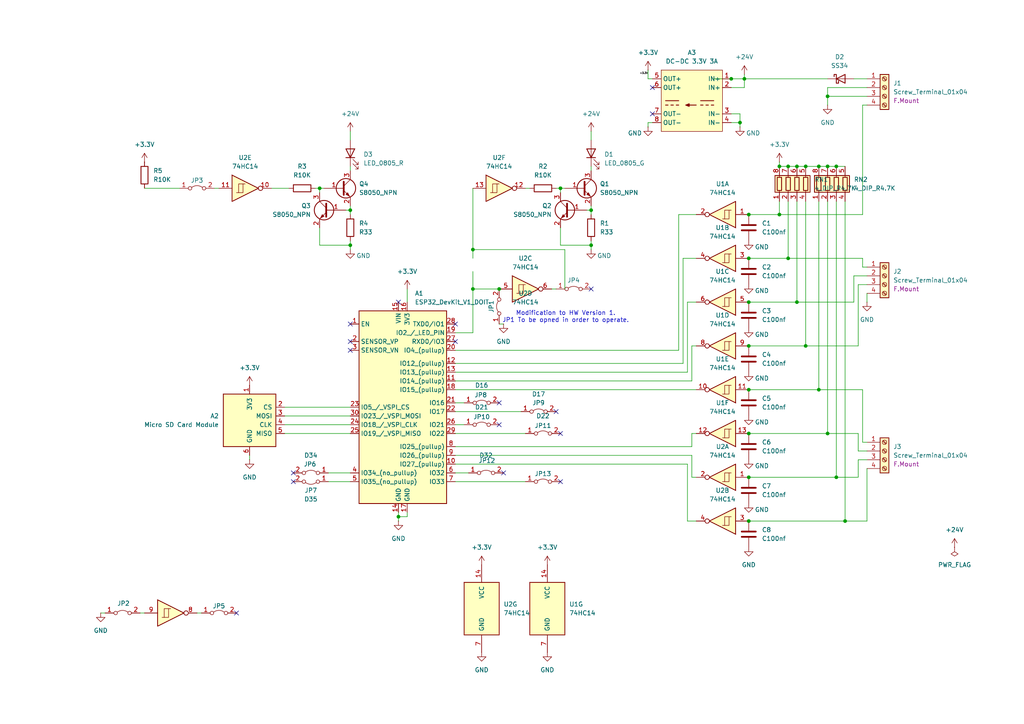
<source format=kicad_sch>
(kicad_sch (version 20231120) (generator "eeschema") (generator_version "8.0")
  (paper "A4")
  (junction (at 217.17 100.33))
  (junction (at 92.71 54.61))
  (junction (at 231.14 87.63))
  (junction (at 237.49 48.26))
  (junction (at 237.49 113.03))
  (junction (at 171.45 60.96))
  (junction (at 240.03 125.73))
  (junction (at 226.06 48.26))
  (junction (at 240.03 27.94))
  (junction (at 245.11 151.13))
  (junction (at 226.06 62.23))
  (junction (at 214.63 35.56))
  (junction (at 101.6 71.12))
  (junction (at 215.9 22.86))
  (junction (at 217.17 138.43))
  (junction (at 144.78 83.82))
  (junction (at 240.03 48.26))
  (junction (at 242.57 138.43))
  (junction (at 231.14 48.26))
  (junction (at 217.17 87.63))
  (junction (at 233.68 48.26))
  (junction (at 217.17 62.23))
  (junction (at 171.45 71.12))
  (junction (at 217.17 125.73))
  (junction (at 212.09 22.86))
  (junction (at 137.16 83.82))
  (junction (at 233.68 100.33))
  (junction (at 115.57 149.86))
  (junction (at 101.6 60.96))
  (junction (at 242.57 48.26))
  (junction (at 217.17 74.93))
  (junction (at 217.17 151.13))
  (junction (at 228.6 74.93))
  (junction (at 137.16 72.39))
  (junction (at 228.6 48.26))
  (junction (at 217.17 113.03))
  (junction (at 162.56 54.61))
  (no_connect (at 189.23 33.02))
  (no_connect (at 68.58 177.8))
  (no_connect (at 132.08 93.98))
  (no_connect (at 85.09 137.16))
  (no_connect (at 162.56 125.73))
  (no_connect (at 85.09 139.7))
  (no_connect (at 189.23 25.4))
  (no_connect (at 146.05 137.16))
  (no_connect (at 171.45 83.82))
  (no_connect (at 132.08 99.06))
  (no_connect (at 161.29 119.38))
  (no_connect (at 162.56 139.7))
  (no_connect (at 144.78 116.84))
  (no_connect (at 115.57 87.63))
  (no_connect (at 144.78 123.19))
  (no_connect (at 101.6 93.98))
  (no_connect (at 101.6 101.6))
  (no_connect (at 101.6 99.06))
  (wire (pts (xy 231.14 87.63) (xy 247.65 87.63)))
  (wire (pts (xy 240.03 125.73) (xy 248.92 125.73)))
  (wire (pts (xy 217.17 151.13) (xy 245.11 151.13)))
  (wire (pts (xy 217.17 113.03) (xy 237.49 113.03)))
  (wire (pts (xy 217.17 62.23) (xy 226.06 62.23)))
  (wire (pts (xy 78.74 54.61) (xy 83.82 54.61)))
  (wire (pts (xy 240.03 25.4) (xy 240.03 27.94)))
  (wire (pts (xy 132.08 113.03) (xy 201.93 113.03)))
  (wire (pts (xy 215.9 21.59) (xy 215.9 22.86)))
  (wire (pts (xy 217.17 138.43) (xy 242.57 138.43)))
  (wire (pts (xy 132.08 123.19) (xy 134.62 123.19)))
  (wire (pts (xy 132.08 134.62) (xy 199.39 134.62)))
  (wire (pts (xy 170.18 60.96) (xy 171.45 60.96)))
  (wire (pts (xy 242.57 58.42) (xy 242.57 138.43)))
  (wire (pts (xy 171.45 48.26) (xy 171.45 49.53)))
  (wire (pts (xy 57.15 177.8) (xy 58.42 177.8)))
  (wire (pts (xy 171.45 38.1) (xy 171.45 40.64)))
  (wire (pts (xy 212.09 25.4) (xy 215.9 25.4)))
  (wire (pts (xy 132.08 125.73) (xy 152.4 125.73)))
  (wire (pts (xy 212.09 33.02) (xy 214.63 33.02)))
  (wire (pts (xy 200.66 138.43) (xy 201.93 138.43)))
  (wire (pts (xy 233.68 48.26) (xy 237.49 48.26)))
  (wire (pts (xy 217.17 125.73) (xy 240.03 125.73)))
  (wire (pts (xy 240.03 58.42) (xy 240.03 125.73)))
  (wire (pts (xy 137.16 54.61) (xy 137.16 72.39)))
  (wire (pts (xy 92.71 71.12) (xy 101.6 71.12)))
  (wire (pts (xy 162.56 54.61) (xy 163.83 54.61)))
  (wire (pts (xy 171.45 69.85) (xy 171.45 71.12)))
  (wire (pts (xy 251.46 30.48) (xy 250.19 30.48)))
  (wire (pts (xy 248.92 130.81) (xy 248.92 125.73)))
  (wire (pts (xy 228.6 74.93) (xy 250.19 74.93)))
  (wire (pts (xy 217.17 100.33) (xy 233.68 100.33)))
  (wire (pts (xy 101.6 38.1) (xy 101.6 40.64)))
  (wire (pts (xy 198.12 74.93) (xy 201.93 74.93)))
  (wire (pts (xy 82.55 118.11) (xy 101.6 118.11)))
  (wire (pts (xy 137.16 72.39) (xy 137.16 74.93)))
  (wire (pts (xy 101.6 60.96) (xy 101.6 62.23)))
  (wire (pts (xy 82.55 120.65) (xy 101.6 120.65)))
  (wire (pts (xy 237.49 48.26) (xy 240.03 48.26)))
  (wire (pts (xy 228.6 48.26) (xy 231.14 48.26)))
  (wire (pts (xy 250.19 77.47) (xy 251.46 77.47)))
  (wire (pts (xy 62.23 54.61) (xy 63.5 54.61)))
  (wire (pts (xy 187.96 35.56) (xy 187.96 36.83)))
  (wire (pts (xy 201.93 151.13) (xy 199.39 151.13)))
  (wire (pts (xy 200.66 125.73) (xy 201.93 125.73)))
  (wire (pts (xy 228.6 58.42) (xy 228.6 74.93)))
  (wire (pts (xy 132.08 105.41) (xy 198.12 105.41)))
  (wire (pts (xy 132.08 119.38) (xy 151.13 119.38)))
  (wire (pts (xy 132.08 132.08) (xy 200.66 132.08)))
  (wire (pts (xy 240.03 48.26) (xy 242.57 48.26)))
  (wire (pts (xy 200.66 132.08) (xy 200.66 138.43)))
  (wire (pts (xy 132.08 137.16) (xy 135.89 137.16)))
  (wire (pts (xy 214.63 35.56) (xy 214.63 36.83)))
  (wire (pts (xy 91.44 54.61) (xy 92.71 54.61)))
  (wire (pts (xy 132.08 116.84) (xy 134.62 116.84)))
  (wire (pts (xy 251.46 130.81) (xy 248.92 130.81)))
  (wire (pts (xy 250.19 128.27) (xy 250.19 113.03)))
  (wire (pts (xy 240.03 27.94) (xy 240.03 30.48)))
  (wire (pts (xy 247.65 80.01) (xy 247.65 87.63)))
  (wire (pts (xy 212.09 22.86) (xy 215.9 22.86)))
  (wire (pts (xy 29.21 177.8) (xy 30.48 177.8)))
  (wire (pts (xy 92.71 54.61) (xy 93.98 54.61)))
  (wire (pts (xy 95.25 139.7) (xy 101.6 139.7)))
  (wire (pts (xy 115.57 149.86) (xy 115.57 151.13)))
  (wire (pts (xy 161.29 54.61) (xy 162.56 54.61)))
  (wire (pts (xy 132.08 139.7) (xy 152.4 139.7)))
  (wire (pts (xy 247.65 22.86) (xy 251.46 22.86)))
  (wire (pts (xy 171.45 60.96) (xy 171.45 62.23)))
  (wire (pts (xy 250.19 128.27) (xy 251.46 128.27)))
  (wire (pts (xy 233.68 58.42) (xy 233.68 100.33)))
  (wire (pts (xy 101.6 71.12) (xy 101.6 72.39)))
  (wire (pts (xy 137.16 83.82) (xy 137.16 96.52)))
  (wire (pts (xy 132.08 101.6) (xy 196.85 101.6)))
  (wire (pts (xy 242.57 138.43) (xy 248.92 138.43)))
  (wire (pts (xy 245.11 151.13) (xy 251.46 151.13)))
  (wire (pts (xy 162.56 54.61) (xy 162.56 55.88)))
  (wire (pts (xy 163.83 72.39) (xy 137.16 72.39)))
  (wire (pts (xy 95.25 137.16) (xy 101.6 137.16)))
  (wire (pts (xy 196.85 101.6) (xy 196.85 62.23)))
  (wire (pts (xy 92.71 66.04) (xy 92.71 71.12)))
  (wire (pts (xy 137.16 83.82) (xy 144.78 83.82)))
  (wire (pts (xy 245.11 58.42) (xy 245.11 151.13)))
  (wire (pts (xy 41.91 54.61) (xy 52.07 54.61)))
  (wire (pts (xy 187.96 22.86) (xy 189.23 22.86)))
  (wire (pts (xy 248.92 133.35) (xy 248.92 138.43)))
  (wire (pts (xy 118.11 83.82) (xy 118.11 87.63)))
  (wire (pts (xy 200.66 100.33) (xy 201.93 100.33)))
  (wire (pts (xy 215.9 22.86) (xy 240.03 22.86)))
  (wire (pts (xy 226.06 62.23) (xy 250.19 62.23)))
  (wire (pts (xy 237.49 58.42) (xy 237.49 113.03)))
  (wire (pts (xy 187.96 35.56) (xy 189.23 35.56)))
  (wire (pts (xy 92.71 54.61) (xy 92.71 55.88)))
  (wire (pts (xy 251.46 27.94) (xy 240.03 27.94)))
  (wire (pts (xy 231.14 48.26) (xy 233.68 48.26)))
  (wire (pts (xy 132.08 96.52) (xy 137.16 96.52)))
  (wire (pts (xy 251.46 135.89) (xy 251.46 151.13)))
  (wire (pts (xy 82.55 125.73) (xy 101.6 125.73)))
  (wire (pts (xy 200.66 110.49) (xy 200.66 100.33)))
  (wire (pts (xy 200.66 129.54) (xy 200.66 125.73)))
  (wire (pts (xy 144.78 93.98) (xy 146.05 93.98)))
  (wire (pts (xy 72.39 132.08) (xy 72.39 133.35)))
  (wire (pts (xy 100.33 60.96) (xy 101.6 60.96)))
  (wire (pts (xy 187.96 20.32) (xy 187.96 22.86)))
  (wire (pts (xy 137.16 78.74) (xy 137.16 83.82)))
  (wire (pts (xy 82.55 123.19) (xy 101.6 123.19)))
  (wire (pts (xy 132.08 110.49) (xy 200.66 110.49)))
  (wire (pts (xy 207.01 22.86) (xy 212.09 22.86)))
  (wire (pts (xy 215.9 25.4) (xy 215.9 22.86)))
  (wire (pts (xy 163.83 83.82) (xy 163.83 72.39)))
  (wire (pts (xy 199.39 87.63) (xy 201.93 87.63)))
  (wire (pts (xy 242.57 48.26) (xy 245.11 48.26)))
  (wire (pts (xy 132.08 129.54) (xy 200.66 129.54)))
  (wire (pts (xy 248.92 82.55) (xy 251.46 82.55)))
  (wire (pts (xy 162.56 71.12) (xy 171.45 71.12)))
  (wire (pts (xy 101.6 48.26) (xy 101.6 49.53)))
  (wire (pts (xy 251.46 133.35) (xy 248.92 133.35)))
  (wire (pts (xy 118.11 148.59) (xy 118.11 149.86)))
  (wire (pts (xy 212.09 35.56) (xy 214.63 35.56)))
  (wire (pts (xy 101.6 59.69) (xy 101.6 60.96)))
  (wire (pts (xy 226.06 46.99) (xy 226.06 48.26)))
  (wire (pts (xy 115.57 148.59) (xy 115.57 149.86)))
  (wire (pts (xy 251.46 25.4) (xy 240.03 25.4)))
  (wire (pts (xy 248.92 82.55) (xy 248.92 100.33)))
  (wire (pts (xy 231.14 87.63) (xy 217.17 87.63)))
  (wire (pts (xy 226.06 58.42) (xy 226.06 62.23)))
  (wire (pts (xy 199.39 107.95) (xy 199.39 87.63)))
  (wire (pts (xy 250.19 30.48) (xy 250.19 62.23)))
  (wire (pts (xy 196.85 62.23) (xy 201.93 62.23)))
  (wire (pts (xy 233.68 100.33) (xy 248.92 100.33)))
  (wire (pts (xy 226.06 48.26) (xy 228.6 48.26)))
  (wire (pts (xy 231.14 58.42) (xy 231.14 87.63)))
  (wire (pts (xy 132.08 107.95) (xy 199.39 107.95)))
  (wire (pts (xy 198.12 105.41) (xy 198.12 74.93)))
  (wire (pts (xy 40.64 177.8) (xy 41.91 177.8)))
  (wire (pts (xy 171.45 59.69) (xy 171.45 60.96)))
  (wire (pts (xy 251.46 85.09) (xy 251.46 87.63)))
  (wire (pts (xy 217.17 74.93) (xy 228.6 74.93)))
  (wire (pts (xy 251.46 80.01) (xy 247.65 80.01)))
  (wire (pts (xy 199.39 151.13) (xy 199.39 134.62)))
  (wire (pts (xy 250.19 77.47) (xy 250.19 74.93)))
  (wire (pts (xy 214.63 33.02) (xy 214.63 35.56)))
  (wire (pts (xy 171.45 71.12) (xy 171.45 72.39)))
  (wire (pts (xy 160.02 83.82) (xy 161.29 83.82)))
  (wire (pts (xy 237.49 113.03) (xy 250.19 113.03)))
  (wire (pts (xy 162.56 66.04) (xy 162.56 71.12)))
  (wire (pts (xy 101.6 69.85) (xy 101.6 71.12)))
  (wire (pts (xy 152.4 54.61) (xy 153.67 54.61)))
  (wire (pts (xy 118.11 149.86) (xy 115.57 149.86)))
  (text "Modification to HW Version 1.\nJP1 To be opned in order to operate.\n" (at 164.084 91.948 0) (effects (font (size 1.27 1.27))))
  (label "+3.3V" (at 187.96 21.59 180) (effects (font (size 0.508 0.508))))
  (symbol (lib_id "power:GND") (at 101.6 72.39 0) (unit 1)
    (property "Reference" "#PWR030" (effects (hide yes)))
    (property "Value" "GND" (at 105.41 74.168 0))
    (property "Description" "Power symbol creates a global label with name \"GND\" , ground" (effects (hide yes)))
  )
  (symbol (lib_id "Local_Miscellaneous_Library:74HC14-local_74HCxx") (at 71.12 54.61 0) (unit 5)
    (property "Reference" "U2" (at 71.12 45.72 0))
    (property "Value" "74HC14" (at 71.12 48.26 0))
    (property "Footprint" "Package_SO:SOIC-14_3.9x8.7mm_P1.27mm" (effects (hide yes)))
    (property "Datasheet" "https://wmsc.lcsc.com/wmsc/upload/file/pdf/v2/lcsc/1811141851_Nexperia-74HC14D-653_C5605.pdf" (effects (hide yes)))
    (property "Description" "Schmitt Trigger 6 21ns@6V,50pF 2uA 2V~6V SOIC-14  Inverters ROHS" (effects (hide yes)))
    (property "Package" "SOIC-14" (effects (hide yes)))
    (property "LibPart" "Local_Miscellaneous_Library:74HC14-local_74HCxx" (effects (hide yes)))
    (property "JLCBCB Part" "https://jlcpcb.com/partdetail/Nexperia-74HC14D653/C5605" (effects (hide yes)))
    (property "JLCPCB Part #" "C5605" (effects (hide yes)))
    (property "JLCPCB Basic or Extended" "Basic Part" (effects (hide yes)))
    (property "Manufacturer" "Nexperia" (effects (hide yes)))
    (property "MFR. Part #" "74HC14D,653" (effects (hide yes)))
    (property "Category" "Logic" (effects (hide yes)))
    (property "Famely" "Inverters" (effects (hide yes)))
    (property "Excluded from BOM" "NO" (effects (hide yes)))
  )
  (symbol (lib_id "Local_Device_Library:R10K") (at 41.91 50.8 180) (unit 1)
    (property "Reference" "R5" (at 44.45 49.5299 0) (effects (justify right)))
    (property "Value" "R10K" (at 44.45 52.0699 0) (effects (justify right)))
    (property "Footprint" "Resistor_SMD:R_0402_1005Metric" (effects (hide yes)))
    (property "Datasheet" "https://datasheet.lcsc.com/lcsc/2110260030_UNI-ROYAL-Uniroyal-Elec-0402WGF1002TCE_C25744.pdf" (effects (hide yes)))
    (property "Description" "Chip Resistor 10k, 1/16W, SMD 0402" (effects (hide yes)))
    (property "Package" "0402" (effects (hide yes)))
    (property "LibPart" "Local_Device_Library:R10K" (effects (hide yes)))
    (property "JLCBCB Part" "https://jlcpcb.com/parts/componentSearch?isFirstLevel=true&firstName=Resistors" (effects (hide yes)))
    (property "JLCPCB Part #" "C25744" (effects (hide yes)))
    (property "JLCPCB Basic or Extended" "Basic Part" (effects (hide yes)))
    (property "Manufacturer" "UNI-ROYAL(Uniroyal Elec)" (effects (hide yes)))
    (property "MFR. Part #" "0402WGF1002TCE" (effects (hide yes)))
    (property "Category" "Resistors" (effects (hide yes)))
    (property "Famely" "Chip Resistor - Surface Mount" (effects (hide yes)))
    (property "Excluded from BOM" "NO" (effects (hide yes)))
  )
  (symbol (lib_id "Local_Connectors_Library:Screw_Terminal_01x04") (at 256.54 25.4 0) (unit 1) (in_bom no)
    (property "Reference" "J1" (at 259.08 24.1299 0) (effects (justify left)))
    (property "Value" "Screw_Terminal_01x04" (at 259.08 26.6699 0) (effects (justify left)))
    (property "Footprint" "Local_Connectors:TerminalBlock_PT-1,5-4-5.0-H_1x04_P5.00mm_Horizontal-(F.Mount)" (effects (hide yes)))
    (property "Datasheet" "https://www.wecoconnectors.com/wp-content/uploads/2019/10/950-T_en.pdf" (effects (hide yes)))
    (property "Description" "TERMINAL BLOCK CONNECTOR; SCREW;" (effects (hide yes)))
    (property "Mount Option" "F.Mount" (at 259.08 29.2099 0) (effects (justify left)))
    (property "LibPart" "Local_Connectors_Library:Screw_Terminal_01x04" (effects (hide yes)))
    (property "Digi-Key Part" "https://www.digikey.dk/da/products/detail/weco-electrical-connectors-inc/950-T-DS-02/13997414" (effects (hide yes)))
    (property "Digi-Key Part #" "3072-950-T-DS/02-ND" (effects (hide yes)))
    (property "Digi-Key Delstatus" "Aktiv" (effects (hide yes)))
    (property "Manufacturer" "WECO Electrical Connectors Inc." (effects (hide yes)))
    (property "MFR. Part #" "950-T-DS/02" (effects (hide yes)))
    (property "Category" "Stik, konnektorer, forbindelser" (effects (hide yes)))
    (property "Famely" "Terminalblokke – Ledning til kort" (effects (hide yes)))
    (property "Excluded from BOM" "YES" (effects (hide yes)))
  )
  (symbol (lib_id "Local_Device_Library:C100nf") (at 217.17 142.24 0) (unit 1)
    (property "Reference" "C7" (at 220.98 140.9699 0) (effects (justify left)))
    (property "Value" "C100nf" (at 220.98 143.5099 0) (effects (justify left)))
    (property "Footprint" "Capacitor_SMD:C_0402_1005Metric" (effects (hide yes)))
    (property "Datasheet" "https://datasheet.lcsc.com/lcsc/1810191219_Samsung-Electro-Mechanics-CL05B104KO5NNNC_C1525.pdf" (effects (hide yes)))
    (property "Description" "16V 100nF X7R ±10% 0402  Multilayer Ceramic Capacitors MLCC - SMD/SMT ROHS" (effects (hide yes)))
    (property "Package" "0402" (effects (hide yes)))
    (property "LibPart" "Local_Device_Library:C100nf" (effects (hide yes)))
    (property "JLCBCB Part" "https://jlcpcb.com/partdetail/1877-CL05B104KO5NNNC/C1525" (effects (hide yes)))
    (property "JLCPCB Part #" "C1525" (effects (hide yes)))
    (property "JLCPCB Basic or Extended" "Basic Part" (effects (hide yes)))
    (property "Manufacturer" "Samsung Electro-Mechanics" (effects (hide yes)))
    (property "MFR. Part #" "CL05B104KO5NNNC" (effects (hide yes)))
    (property "Category" "Capacitors" (effects (hide yes)))
    (property "Famely" "Ceramic Capacitors" (effects (hide yes)))
    (property "Excluded from BOM" "NO" (effects (hide yes)))
  )
  (symbol (lib_id "Local_Device_Library:C100nf") (at 217.17 129.54 0) (unit 1)
    (property "Reference" "C6" (at 220.98 128.2699 0) (effects (justify left)))
    (property "Value" "C100nf" (at 220.98 130.8099 0) (effects (justify left)))
    (property "Footprint" "Capacitor_SMD:C_0402_1005Metric" (effects (hide yes)))
    (property "Datasheet" "https://datasheet.lcsc.com/lcsc/1810191219_Samsung-Electro-Mechanics-CL05B104KO5NNNC_C1525.pdf" (effects (hide yes)))
    (property "Description" "16V 100nF X7R ±10% 0402  Multilayer Ceramic Capacitors MLCC - SMD/SMT ROHS" (effects (hide yes)))
    (property "Package" "0402" (effects (hide yes)))
    (property "LibPart" "Local_Device_Library:C100nf" (effects (hide yes)))
    (property "JLCBCB Part" "https://jlcpcb.com/partdetail/1877-CL05B104KO5NNNC/C1525" (effects (hide yes)))
    (property "JLCPCB Part #" "C1525" (effects (hide yes)))
    (property "JLCPCB Basic or Extended" "Basic Part" (effects (hide yes)))
    (property "Manufacturer" "Samsung Electro-Mechanics" (effects (hide yes)))
    (property "MFR. Part #" "CL05B104KO5NNNC" (effects (hide yes)))
    (property "Category" "Capacitors" (effects (hide yes)))
    (property "Famely" "Ceramic Capacitors" (effects (hide yes)))
    (property "Excluded from BOM" "NO" (effects (hide yes)))
  )
  (symbol (lib_id "Local_Connectors_Library:Screw_Terminal_01x04") (at 256.54 80.01 0) (unit 1) (in_bom no)
    (property "Reference" "J2" (at 259.08 78.7399 0) (effects (justify left)))
    (property "Value" "Screw_Terminal_01x04" (at 259.08 81.2799 0) (effects (justify left)))
    (property "Footprint" "Local_Connectors:TerminalBlock_PT-1,5-4-5.0-H_1x04_P5.00mm_Horizontal-(F.Mount)" (effects (hide yes)))
    (property "Datasheet" "https://www.wecoconnectors.com/wp-content/uploads/2019/10/950-T_en.pdf" (effects (hide yes)))
    (property "Description" "TERMINAL BLOCK CONNECTOR; SCREW;" (effects (hide yes)))
    (property "Mount Option" "F.Mount" (at 259.08 83.8199 0) (effects (justify left)))
    (property "LibPart" "Local_Connectors_Library:Screw_Terminal_01x04" (effects (hide yes)))
    (property "Digi-Key Part" "https://www.digikey.dk/da/products/detail/weco-electrical-connectors-inc/950-T-DS-02/13997414" (effects (hide yes)))
    (property "Digi-Key Part #" "3072-950-T-DS/02-ND" (effects (hide yes)))
    (property "Digi-Key Delstatus" "Aktiv" (effects (hide yes)))
    (property "Manufacturer" "WECO Electrical Connectors Inc." (effects (hide yes)))
    (property "MFR. Part #" "950-T-DS/02" (effects (hide yes)))
    (property "Category" "Stik, konnektorer, forbindelser" (effects (hide yes)))
    (property "Famely" "Terminalblokke – Ledning til kort" (effects (hide yes)))
    (property "Excluded from BOM" "YES" (effects (hide yes)))
  )
  (symbol (lib_id "Local_MCU_Module_Library:ESP32_DevKit_V1_DOIT") (at 116.84 118.11 0) (unit 1) (in_bom no)
    (property "Reference" "A1" (at 120.3041 85.09 0) (effects (justify left)))
    (property "Value" "ESP32_DevKit_V1_DOIT" (at 120.3041 87.63 0) (effects (justify left)))
    (property "Footprint" "Local_MCU_Module_Library:esp32_devkit_v1_doit (F.Mount)" (effects (hide yes)))
    (property "Datasheet" "https://aliexpress.com/item/32864722159.html" (effects (hide yes)))
    (property "Description" "32-bit microcontroller module with WiFi and Bluetooth" (effects (hide yes)))
    (property "Mount Option" "Frontside / Backside" (effects (hide yes)))
    (property "Category" "Development Boards" (effects (hide yes)))
    (property "Excluded from BOM" "YES" (effects (hide yes)))
    (property "Pinout" "$KICAD_LOCAL_DATASHEETS/MCU/ESP32-wroom-32/ESP32 Dev board Pinout, Specifications, datasheet and Schematic.pdf" (effects (hide yes)))
  )
  (symbol (lib_id "Local_Connectors_Library:SolderJumper_2_Bridged") (at 166.37 83.82 0) (unit 1) (in_bom no)
    (property "Reference" "JP4" (at 166.37 81.28 0))
    (property "Value" "SolderJumper_2_Bridged" (effects (hide yes)))
    (property "Footprint" "Local_Connectors:SolderJumper-2_P1.3mm_Bridged_RoundedPad1.0x1.5mm(F.Mount)" (effects (hide yes)))
    (property "Description" "SolderJumper, 2-pole, closed/bridged" (effects (hide yes)))
    (property "Mount Option" "F.Mount" (effects (hide yes)))
    (property "LibPart" "Local_Connectors_library:Jumper_2_Bridged" (effects (hide yes)))
    (property "Category" "Jumpers" (effects (hide yes)))
    (property "Famely" "SMD Solder Jumper" (effects (hide yes)))
    (property "Excluded from BOM" "YES" (effects (hide yes)))
  )
  (symbol (lib_id "power:GND") (at 217.17 69.85 0) (unit 1)
    (property "Reference" "#PWR01" (effects (hide yes)))
    (property "Value" "GND" (at 220.98 71.628 0))
    (property "Description" "Power symbol creates a global label with name \"GND\" , ground" (effects (hide yes)))
  )
  (symbol (lib_id "Local_Miscellaneous_Library:74HC14-local_74HCxx") (at 209.55 100.33 180) (unit 4)
    (property "Reference" "U1" (at 209.55 91.44 0))
    (property "Value" "74HC14" (at 209.55 93.98 0))
    (property "Footprint" "Package_SO:SOIC-14_3.9x8.7mm_P1.27mm" (effects (hide yes)))
    (property "Datasheet" "https://wmsc.lcsc.com/wmsc/upload/file/pdf/v2/lcsc/1811141851_Nexperia-74HC14D-653_C5605.pdf" (effects (hide yes)))
    (property "Description" "Schmitt Trigger 6 21ns@6V,50pF 2uA 2V~6V SOIC-14  Inverters ROHS" (effects (hide yes)))
    (property "Package" "SOIC-14" (effects (hide yes)))
    (property "LibPart" "Local_Miscellaneous_Library:74HC14-local_74HCxx" (effects (hide yes)))
    (property "JLCBCB Part" "https://jlcpcb.com/partdetail/Nexperia-74HC14D653/C5605" (effects (hide yes)))
    (property "JLCPCB Part #" "C5605" (effects (hide yes)))
    (property "JLCPCB Basic or Extended" "Basic Part" (effects (hide yes)))
    (property "Manufacturer" "Nexperia" (effects (hide yes)))
    (property "MFR. Part #" "74HC14D,653" (effects (hide yes)))
    (property "Category" "Logic" (effects (hide yes)))
    (property "Famely" "Inverters" (effects (hide yes)))
    (property "Excluded from BOM" "NO" (effects (hide yes)))
  )
  (symbol (lib_id "Local_Device_Library:C100nf") (at 217.17 66.04 0) (unit 1)
    (property "Reference" "C1" (at 220.98 64.7699 0) (effects (justify left)))
    (property "Value" "C100nf" (at 220.98 67.3099 0) (effects (justify left)))
    (property "Footprint" "Capacitor_SMD:C_0402_1005Metric" (effects (hide yes)))
    (property "Datasheet" "https://datasheet.lcsc.com/lcsc/1810191219_Samsung-Electro-Mechanics-CL05B104KO5NNNC_C1525.pdf" (effects (hide yes)))
    (property "Description" "16V 100nF X7R ±10% 0402  Multilayer Ceramic Capacitors MLCC - SMD/SMT ROHS" (effects (hide yes)))
    (property "Package" "0402" (effects (hide yes)))
    (property "LibPart" "Local_Device_Library:C100nf" (effects (hide yes)))
    (property "JLCBCB Part" "https://jlcpcb.com/partdetail/1877-CL05B104KO5NNNC/C1525" (effects (hide yes)))
    (property "JLCPCB Part #" "C1525" (effects (hide yes)))
    (property "JLCPCB Basic or Extended" "Basic Part" (effects (hide yes)))
    (property "Manufacturer" "Samsung Electro-Mechanics" (effects (hide yes)))
    (property "MFR. Part #" "CL05B104KO5NNNC" (effects (hide yes)))
    (property "Category" "Capacitors" (effects (hide yes)))
    (property "Famely" "Ceramic Capacitors" (effects (hide yes)))
    (property "Excluded from BOM" "NO" (effects (hide yes)))
  )
  (symbol (lib_id "power:GND") (at 72.39 133.35 0) (unit 1)
    (property "Reference" "#PWR019" (effects (hide yes)))
    (property "Value" "GND" (at 72.39 138.43 0))
    (property "Description" "Power symbol creates a global label with name \"GND\" , ground" (effects (hide yes)))
  )
  (symbol (lib_id "Local_Connectors_Library:SolderJumper_2_Bridged") (at 57.15 54.61 0) (unit 1) (in_bom no)
    (property "Reference" "JP3" (at 57.15 52.324 0))
    (property "Value" "SolderJumper_2_Bridged" (effects (hide yes)))
    (property "Footprint" "Local_Connectors:SolderJumper-2_P1.3mm_Bridged_RoundedPad1.0x1.5mm(F.Mount)" (effects (hide yes)))
    (property "Description" "SolderJumper, 2-pole, closed/bridged" (effects (hide yes)))
    (property "Mount Option" "F.Mount" (effects (hide yes)))
    (property "LibPart" "Local_Connectors_library:Jumper_2_Bridged" (effects (hide yes)))
    (property "Category" "Jumpers" (effects (hide yes)))
    (property "Famely" "SMD Solder Jumper" (effects (hide yes)))
    (property "Excluded from BOM" "YES" (effects (hide yes)))
  )
  (symbol (lib_id "Local_Miscellaneous_Library:74HC14-local_74HCxx") (at 209.55 113.03 180) (unit 5)
    (property "Reference" "U1" (at 209.55 104.14 0))
    (property "Value" "74HC14" (at 209.55 106.68 0))
    (property "Footprint" "Package_SO:SOIC-14_3.9x8.7mm_P1.27mm" (effects (hide yes)))
    (property "Datasheet" "https://wmsc.lcsc.com/wmsc/upload/file/pdf/v2/lcsc/1811141851_Nexperia-74HC14D-653_C5605.pdf" (effects (hide yes)))
    (property "Description" "Schmitt Trigger 6 21ns@6V,50pF 2uA 2V~6V SOIC-14  Inverters ROHS" (effects (hide yes)))
    (property "Package" "SOIC-14" (effects (hide yes)))
    (property "LibPart" "Local_Miscellaneous_Library:74HC14-local_74HCxx" (effects (hide yes)))
    (property "JLCBCB Part" "https://jlcpcb.com/partdetail/Nexperia-74HC14D653/C5605" (effects (hide yes)))
    (property "JLCPCB Part #" "C5605" (effects (hide yes)))
    (property "JLCPCB Basic or Extended" "Basic Part" (effects (hide yes)))
    (property "Manufacturer" "Nexperia" (effects (hide yes)))
    (property "MFR. Part #" "74HC14D,653" (effects (hide yes)))
    (property "Category" "Logic" (effects (hide yes)))
    (property "Famely" "Inverters" (effects (hide yes)))
    (property "Excluded from BOM" "NO" (effects (hide yes)))
  )
  (symbol (lib_id "Local_Device_Library:4_DIP_R4.7K") (at 242.57 53.34 0) (unit 1)
    (property "Reference" "RN2" (at 247.65 52.0699 0) (effects (justify left)))
    (property "Value" "4_DIP_R4.7K" (at 247.65 54.6099 0) (effects (justify left)))
    (property "Footprint" "Local_Resistor_Library:RES-ARRAY-SMD_0603-8P-L3.2-W1.6-BL" (effects (hide yes)))
    (property "Datasheet" "https://wmsc.lcsc.com/wmsc/upload/file/pdf/v2/lcsc/2304140030_UNI-ROYAL-Uniroyal-Elec-4D03WGJ0472T5E_C1980.pdf" (effects (hide yes)))
    (property "Description" "4 ±5% 4.7kΩ 62.5mW ±200ppm/℃ 0603x4  Resistor Networks & Arrays ROHS" (effects (hide yes)))
    (property "Package" "0603x4" (effects (hide yes)))
    (property "LibPart" "Local_Device_Library:4_DIP_R4.7K" (effects (hide yes)))
    (property "JLCBCB Part" "https://jlcpcb.com/partdetail/2332-4D03WGJ0472T5E/C1980" (effects (hide yes)))
    (property "JLCPCB Part #" "C1980" (effects (hide yes)))
    (property "JLCPCB Basic or Extended" "Basic Part" (effects (hide yes)))
    (property "Manufacturer" "UNI-ROYAL(Uniroyal Elec)" (effects (hide yes)))
    (property "MFR. Part #" "4D03WGJ0472T5E" (effects (hide yes)))
    (property "Category" "Resistors" (effects (hide yes)))
    (property "Famely" "Resistor Network & Arrays" (effects (hide yes)))
    (property "Excluded from BOM" "NO" (effects (hide yes)))
  )
  (symbol (lib_id "Local_Device_Library:C100nf") (at 217.17 154.94 0) (unit 1)
    (property "Reference" "C8" (at 220.98 153.6699 0) (effects (justify left)))
    (property "Value" "C100nf" (at 220.98 156.2099 0) (effects (justify left)))
    (property "Footprint" "Capacitor_SMD:C_0402_1005Metric" (effects (hide yes)))
    (property "Datasheet" "https://datasheet.lcsc.com/lcsc/1810191219_Samsung-Electro-Mechanics-CL05B104KO5NNNC_C1525.pdf" (effects (hide yes)))
    (property "Description" "16V 100nF X7R ±10% 0402  Multilayer Ceramic Capacitors MLCC - SMD/SMT ROHS" (effects (hide yes)))
    (property "Package" "0402" (effects (hide yes)))
    (property "LibPart" "Local_Device_Library:C100nf" (effects (hide yes)))
    (property "JLCBCB Part" "https://jlcpcb.com/partdetail/1877-CL05B104KO5NNNC/C1525" (effects (hide yes)))
    (property "JLCPCB Part #" "C1525" (effects (hide yes)))
    (property "JLCPCB Basic or Extended" "Basic Part" (effects (hide yes)))
    (property "Manufacturer" "Samsung Electro-Mechanics" (effects (hide yes)))
    (property "MFR. Part #" "CL05B104KO5NNNC" (effects (hide yes)))
    (property "Category" "Capacitors" (effects (hide yes)))
    (property "Famely" "Ceramic Capacitors" (effects (hide yes)))
    (property "Excluded from BOM" "NO" (effects (hide yes)))
  )
  (symbol (lib_id "Local_Device_Library:R33") (at 101.6 66.04 0) (unit 1)
    (property "Reference" "R4" (at 104.14 64.7699 0) (effects (justify left)))
    (property "Value" "R33" (at 104.14 67.3099 0) (effects (justify left)))
    (property "Footprint" "Resistor_SMD:R_0805_2012Metric" (effects (hide yes)))
    (property "Datasheet" "https://datasheet.lcsc.com/lcsc/2110260030_UNI-ROYAL-Uniroyal-Elec-https://wmsc.lcsc.com/wmsc/upload/file/pdf/v2/lcsc/2205311830_UNI-ROYAL-Uniroyal-Elec-0805W8F330JT5E_C17634.pdf" (effects (hide yes)))
    (property "Description" "125mW Thick Film Resistors 150V ±1% ±200ppm/℃ 33Ω 0805  Chip Resistor - Surface Mount ROHS" (effects (hide yes)))
    (property "Package" "0805" (effects (hide yes)))
    (property "LibPart" "Local_Device_Library:R33" (effects (hide yes)))
    (property "JLCBCB Part" "https://jlcpcb.com/partdetail/18322-0805W8F330JT5E/C17634" (effects (hide yes)))
    (property "JLCPCB Part #" "C17634" (effects (hide yes)))
    (property "JLCPCB Basic or Extended" "Basic Part" (effects (hide yes)))
    (property "Manufacturer" "UNI-ROYAL(Uniroyal Elec)" (effects (hide yes)))
    (property "MFR. Part #" "0805W8F330JT5E" (effects (hide yes)))
    (property "Category" "Resistors" (effects (hide yes)))
    (property "Famely" "Chip Resistor - Surface Mount" (effects (hide yes)))
    (property "Excluded from BOM" "NO" (effects (hide yes)))
  )
  (symbol (lib_id "Local_Connectors_Library:SolderJumper_2_Bridged") (at 139.7 116.84 0) (unit 1) (in_bom no)
    (property "Reference" "JP8" (at 139.446 114.554 0))
    (property "Value" "D16" (at 139.7 111.76 0))
    (property "Footprint" "Local_Connectors:SolderJumper-2_P1.3mm_Bridged_RoundedPad1.0x1.5mm(F.Mount)" (effects (hide yes)))
    (property "Description" "SolderJumper, 2-pole, closed/bridged" (effects (hide yes)))
    (property "Mount Option" "F.Mount" (effects (hide yes)))
    (property "LibPart" "Local_Connectors_library:Jumper_2_Bridged" (effects (hide yes)))
    (property "Category" "Jumpers" (effects (hide yes)))
    (property "Famely" "SMD Solder Jumper" (effects (hide yes)))
    (property "Excluded from BOM" "YES" (effects (hide yes)))
  )
  (symbol (lib_id "Local_Miscellaneous_Library:74HC14-local_74HCxx") (at 209.55 87.63 180) (unit 3)
    (property "Reference" "U1" (at 209.55 78.74 0))
    (property "Value" "74HC14" (at 209.55 81.28 0))
    (property "Footprint" "Package_SO:SOIC-14_3.9x8.7mm_P1.27mm" (effects (hide yes)))
    (property "Datasheet" "https://wmsc.lcsc.com/wmsc/upload/file/pdf/v2/lcsc/1811141851_Nexperia-74HC14D-653_C5605.pdf" (effects (hide yes)))
    (property "Description" "Schmitt Trigger 6 21ns@6V,50pF 2uA 2V~6V SOIC-14  Inverters ROHS" (effects (hide yes)))
    (property "Package" "SOIC-14" (effects (hide yes)))
    (property "LibPart" "Local_Miscellaneous_Library:74HC14-local_74HCxx" (effects (hide yes)))
    (property "JLCBCB Part" "https://jlcpcb.com/partdetail/Nexperia-74HC14D653/C5605" (effects (hide yes)))
    (property "JLCPCB Part #" "C5605" (effects (hide yes)))
    (property "JLCPCB Basic or Extended" "Basic Part" (effects (hide yes)))
    (property "Manufacturer" "Nexperia" (effects (hide yes)))
    (property "MFR. Part #" "74HC14D,653" (effects (hide yes)))
    (property "Category" "Logic" (effects (hide yes)))
    (property "Famely" "Inverters" (effects (hide yes)))
    (property "Excluded from BOM" "NO" (effects (hide yes)))
  )
  (symbol (lib_id "power:GND") (at 217.17 133.35 0) (unit 1)
    (property "Reference" "#PWR07" (effects (hide yes)))
    (property "Value" "GND" (at 220.98 135.128 0))
    (property "Description" "Power symbol creates a global label with name \"GND\" , ground" (effects (hide yes)))
  )
  (symbol (lib_id "Local_Device_Library:C100nf") (at 217.17 116.84 0) (unit 1)
    (property "Reference" "C5" (at 220.98 115.5699 0) (effects (justify left)))
    (property "Value" "C100nf" (at 220.98 118.1099 0) (effects (justify left)))
    (property "Footprint" "Capacitor_SMD:C_0402_1005Metric" (effects (hide yes)))
    (property "Datasheet" "https://datasheet.lcsc.com/lcsc/1810191219_Samsung-Electro-Mechanics-CL05B104KO5NNNC_C1525.pdf" (effects (hide yes)))
    (property "Description" "16V 100nF X7R ±10% 0402  Multilayer Ceramic Capacitors MLCC - SMD/SMT ROHS" (effects (hide yes)))
    (property "Package" "0402" (effects (hide yes)))
    (property "LibPart" "Local_Device_Library:C100nf" (effects (hide yes)))
    (property "JLCBCB Part" "https://jlcpcb.com/partdetail/1877-CL05B104KO5NNNC/C1525" (effects (hide yes)))
    (property "JLCPCB Part #" "C1525" (effects (hide yes)))
    (property "JLCPCB Basic or Extended" "Basic Part" (effects (hide yes)))
    (property "Manufacturer" "Samsung Electro-Mechanics" (effects (hide yes)))
    (property "MFR. Part #" "CL05B104KO5NNNC" (effects (hide yes)))
    (property "Category" "Capacitors" (effects (hide yes)))
    (property "Famely" "Ceramic Capacitors" (effects (hide yes)))
    (property "Excluded from BOM" "NO" (effects (hide yes)))
  )
  (symbol (lib_id "power:GND") (at 115.57 151.13 0) (unit 1)
    (property "Reference" "#PWR024" (effects (hide yes)))
    (property "Value" "GND" (at 115.57 156.21 0))
    (property "Description" "Power symbol creates a global label with name \"GND\" , ground" (effects (hide yes)))
  )
  (symbol (lib_id "power:+24V") (at 171.45 38.1 0) (unit 1)
    (property "Reference" "#PWR022" (effects (hide yes)))
    (property "Value" "+24V" (at 171.45 33.02 0))
    (property "Description" "Power symbol creates a global label with name \"+24V\"" (effects (hide yes)))
  )
  (symbol (lib_id "power:+3.3V") (at 187.96 20.32 0) (unit 1)
    (property "Reference" "#PWR015" (effects (hide yes)))
    (property "Value" "+3.3V" (at 187.96 15.24 0))
    (property "Description" "Power symbol creates a global label with name \"+3.3V\"" (effects (hide yes)))
  )
  (symbol (lib_id "power:GND") (at 214.63 36.83 0) (unit 1)
    (property "Reference" "#PWR016" (effects (hide yes)))
    (property "Value" "GND" (at 218.44 38.608 0))
    (property "Description" "Power symbol creates a global label with name \"GND\" , ground" (effects (hide yes)))
  )
  (symbol (lib_id "Local_Device_Library:R10K") (at 87.63 54.61 90) (unit 1)
    (property "Reference" "R3" (at 87.63 48.26 90))
    (property "Value" "R10K" (at 87.63 50.8 90))
    (property "Footprint" "Resistor_SMD:R_0402_1005Metric" (effects (hide yes)))
    (property "Datasheet" "https://datasheet.lcsc.com/lcsc/2110260030_UNI-ROYAL-Uniroyal-Elec-0402WGF1002TCE_C25744.pdf" (effects (hide yes)))
    (property "Description" "Chip Resistor 10k, 1/16W, SMD 0402" (effects (hide yes)))
    (property "Package" "0402" (effects (hide yes)))
    (property "LibPart" "Local_Device_Library:R10K" (effects (hide yes)))
    (property "JLCBCB Part" "https://jlcpcb.com/parts/componentSearch?isFirstLevel=true&firstName=Resistors" (effects (hide yes)))
    (property "JLCPCB Part #" "C25744" (effects (hide yes)))
    (property "JLCPCB Basic or Extended" "Basic Part" (effects (hide yes)))
    (property "Manufacturer" "UNI-ROYAL(Uniroyal Elec)" (effects (hide yes)))
    (property "MFR. Part #" "0402WGF1002TCE" (effects (hide yes)))
    (property "Category" "Resistors" (effects (hide yes)))
    (property "Famely" "Chip Resistor - Surface Mount" (effects (hide yes)))
    (property "Excluded from BOM" "NO" (effects (hide yes)))
  )
  (symbol (lib_id "Local_Transistor_BJT_Library:S8050_NPN") (at 99.06 54.61 0) (unit 1)
    (property "Reference" "Q4" (at 104.14 53.3399 0) (effects (justify left)))
    (property "Value" "S8050_NPN" (at 104.14 55.8799 0) (effects (justify left)))
    (property "Footprint" "Package_TO_SOT_SMD:SOT-23" (effects (hide yes)))
    (property "Datasheet" "https://datasheet.lcsc.com/lcsc/1811052004_Changjiang-Electronics-Tech--CJ-SS8050_C2150.pdf" (effects (hide yes)))
    (property "Description" "0.5A Ic, 25V Vce, 300mW, NPN Bipolar Transistor, SOT-23" (effects (hide yes)))
    (property "Package" "SOT-23" (effects (hide yes)))
    (property "LibPart" "Local_Transistor_BJT_Library:S8050_NPN" (effects (hide yes)))
    (property "JLCBCB Part" "https://jlcpcb.com/parts/componentSearch?isFirstLevel=true&firstName=Transistors" (effects (hide yes)))
    (property "JLCPCB Part #" "C2150" (effects (hide yes)))
    (property "JLCPCB Basic or Extended" "Basic Part" (effects (hide yes)))
    (property "Manufacturer" "Changjiang Electronics Tech (CJ)" (effects (hide yes)))
    (property "MFR. Part #" "SS8050" (effects (hide yes)))
    (property "Category" "Transistors" (effects (hide yes)))
    (property "Famely" "Bipolar Transistors - Bjt " (effects (hide yes)))
    (property "Excluded from BOM" "NO" (effects (hide yes)))
  )
  (symbol (lib_id "Local_Device_Library:C100nf") (at 217.17 78.74 0) (unit 1)
    (property "Reference" "C2" (at 220.98 77.4699 0) (effects (justify left)))
    (property "Value" "C100nf" (at 220.98 80.0099 0) (effects (justify left)))
    (property "Footprint" "Capacitor_SMD:C_0402_1005Metric" (effects (hide yes)))
    (property "Datasheet" "https://datasheet.lcsc.com/lcsc/1810191219_Samsung-Electro-Mechanics-CL05B104KO5NNNC_C1525.pdf" (effects (hide yes)))
    (property "Description" "16V 100nF X7R ±10% 0402  Multilayer Ceramic Capacitors MLCC - SMD/SMT ROHS" (effects (hide yes)))
    (property "Package" "0402" (effects (hide yes)))
    (property "LibPart" "Local_Device_Library:C100nf" (effects (hide yes)))
    (property "JLCBCB Part" "https://jlcpcb.com/partdetail/1877-CL05B104KO5NNNC/C1525" (effects (hide yes)))
    (property "JLCPCB Part #" "C1525" (effects (hide yes)))
    (property "JLCPCB Basic or Extended" "Basic Part" (effects (hide yes)))
    (property "Manufacturer" "Samsung Electro-Mechanics" (effects (hide yes)))
    (property "MFR. Part #" "CL05B104KO5NNNC" (effects (hide yes)))
    (property "Category" "Capacitors" (effects (hide yes)))
    (property "Famely" "Ceramic Capacitors" (effects (hide yes)))
    (property "Excluded from BOM" "NO" (effects (hide yes)))
  )
  (symbol (lib_id "Local_Miscellaneous_Library:74HC14-local_74HCxx") (at 209.55 74.93 180) (unit 2)
    (property "Reference" "U1" (at 209.55 66.04 0))
    (property "Value" "74HC14" (at 209.55 68.58 0))
    (property "Footprint" "Package_SO:SOIC-14_3.9x8.7mm_P1.27mm" (effects (hide yes)))
    (property "Datasheet" "https://wmsc.lcsc.com/wmsc/upload/file/pdf/v2/lcsc/1811141851_Nexperia-74HC14D-653_C5605.pdf" (effects (hide yes)))
    (property "Description" "Schmitt Trigger 6 21ns@6V,50pF 2uA 2V~6V SOIC-14  Inverters ROHS" (effects (hide yes)))
    (property "Package" "SOIC-14" (effects (hide yes)))
    (property "LibPart" "Local_Miscellaneous_Library:74HC14-local_74HCxx" (effects (hide yes)))
    (property "JLCBCB Part" "https://jlcpcb.com/partdetail/Nexperia-74HC14D653/C5605" (effects (hide yes)))
    (property "JLCPCB Part #" "C5605" (effects (hide yes)))
    (property "JLCPCB Basic or Extended" "Basic Part" (effects (hide yes)))
    (property "Manufacturer" "Nexperia" (effects (hide yes)))
    (property "MFR. Part #" "74HC14D,653" (effects (hide yes)))
    (property "Category" "Logic" (effects (hide yes)))
    (property "Famely" "Inverters" (effects (hide yes)))
    (property "Excluded from BOM" "NO" (effects (hide yes)))
  )
  (symbol (lib_id "Local_Device_Library:R10K") (at 157.48 54.61 90) (unit 1)
    (property "Reference" "R2" (at 157.48 48.26 90))
    (property "Value" "R10K" (at 157.48 50.8 90))
    (property "Footprint" "Resistor_SMD:R_0402_1005Metric" (effects (hide yes)))
    (property "Datasheet" "https://datasheet.lcsc.com/lcsc/2110260030_UNI-ROYAL-Uniroyal-Elec-0402WGF1002TCE_C25744.pdf" (effects (hide yes)))
    (property "Description" "Chip Resistor 10k, 1/16W, SMD 0402" (effects (hide yes)))
    (property "Package" "0402" (effects (hide yes)))
    (property "LibPart" "Local_Device_Library:R10K" (effects (hide yes)))
    (property "JLCBCB Part" "https://jlcpcb.com/parts/componentSearch?isFirstLevel=true&firstName=Resistors" (effects (hide yes)))
    (property "JLCPCB Part #" "C25744" (effects (hide yes)))
    (property "JLCPCB Basic or Extended" "Basic Part" (effects (hide yes)))
    (property "Manufacturer" "UNI-ROYAL(Uniroyal Elec)" (effects (hide yes)))
    (property "MFR. Part #" "0402WGF1002TCE" (effects (hide yes)))
    (property "Category" "Resistors" (effects (hide yes)))
    (property "Famely" "Chip Resistor - Surface Mount" (effects (hide yes)))
    (property "Excluded from BOM" "NO" (effects (hide yes)))
  )
  (symbol (lib_id "Local_Connectors_Library:SolderJumper_2_Bridged") (at 156.21 119.38 0) (unit 1) (in_bom no)
    (property "Reference" "JP9" (at 156.21 116.84 0))
    (property "Value" "D17" (at 156.21 114.3 0))
    (property "Footprint" "Local_Connectors:SolderJumper-2_P1.3mm_Bridged_RoundedPad1.0x1.5mm(F.Mount)" (effects (hide yes)))
    (property "Description" "SolderJumper, 2-pole, closed/bridged" (effects (hide yes)))
    (property "Mount Option" "F.Mount" (effects (hide yes)))
    (property "LibPart" "Local_Connectors_library:Jumper_2_Bridged" (effects (hide yes)))
    (property "Category" "Jumpers" (effects (hide yes)))
    (property "Famely" "SMD Solder Jumper" (effects (hide yes)))
    (property "Excluded from BOM" "YES" (effects (hide yes)))
  )
  (symbol (lib_id "power:GND") (at 251.46 87.63 0) (unit 1)
    (property "Reference" "#PWR031" (effects (hide yes)))
    (property "Value" "GND" (at 251.46 92.71 0))
    (property "Description" "Power symbol creates a global label with name \"GND\" , ground" (effects (hide yes)))
  )
  (symbol (lib_id "power:GND") (at 158.75 189.23 0) (unit 1)
    (property "Reference" "#PWR010" (effects (hide yes)))
    (property "Value" "GND" (at 158.75 194.31 0))
    (property "Description" "Power symbol creates a global label with name \"GND\" , ground" (effects (hide yes)))
  )
  (symbol (lib_id "Local_Miscellaneous_Library:74HC14-local_74HCxx") (at 158.75 176.53 0) (unit 7)
    (property "Reference" "U1" (at 165.1 175.2599 0) (effects (justify left)))
    (property "Value" "74HC14" (at 165.1 177.7999 0) (effects (justify left)))
    (property "Footprint" "Package_SO:SOIC-14_3.9x8.7mm_P1.27mm" (effects (hide yes)))
    (property "Datasheet" "https://wmsc.lcsc.com/wmsc/upload/file/pdf/v2/lcsc/1811141851_Nexperia-74HC14D-653_C5605.pdf" (effects (hide yes)))
    (property "Description" "Schmitt Trigger 6 21ns@6V,50pF 2uA 2V~6V SOIC-14  Inverters ROHS" (effects (hide yes)))
    (property "Package" "SOIC-14" (effects (hide yes)))
    (property "LibPart" "Local_Miscellaneous_Library:74HC14-local_74HCxx" (effects (hide yes)))
    (property "JLCBCB Part" "https://jlcpcb.com/partdetail/Nexperia-74HC14D653/C5605" (effects (hide yes)))
    (property "JLCPCB Part #" "C5605" (effects (hide yes)))
    (property "JLCPCB Basic or Extended" "Basic Part" (effects (hide yes)))
    (property "Manufacturer" "Nexperia" (effects (hide yes)))
    (property "MFR. Part #" "74HC14D,653" (effects (hide yes)))
    (property "Category" "Logic" (effects (hide yes)))
    (property "Famely" "Inverters" (effects (hide yes)))
    (property "Excluded from BOM" "NO" (effects (hide yes)))
  )
  (symbol (lib_id "Local_Transistor_BJT_Library:S8050_NPN") (at 95.25 60.96 0) (mirror y) (unit 1)
    (property "Reference" "Q3" (at 90.17 59.6899 0) (effects (justify left)))
    (property "Value" "S8050_NPN" (at 90.17 62.2299 0) (effects (justify left)))
    (property "Footprint" "Package_TO_SOT_SMD:SOT-23" (effects (hide yes)))
    (property "Datasheet" "https://datasheet.lcsc.com/lcsc/1811052004_Changjiang-Electronics-Tech--CJ-SS8050_C2150.pdf" (effects (hide yes)))
    (property "Description" "0.5A Ic, 25V Vce, 300mW, NPN Bipolar Transistor, SOT-23" (effects (hide yes)))
    (property "Package" "SOT-23" (effects (hide yes)))
    (property "LibPart" "Local_Transistor_BJT_Library:S8050_NPN" (effects (hide yes)))
    (property "JLCBCB Part" "https://jlcpcb.com/parts/componentSearch?isFirstLevel=true&firstName=Transistors" (effects (hide yes)))
    (property "JLCPCB Part #" "C2150" (effects (hide yes)))
    (property "JLCPCB Basic or Extended" "Basic Part" (effects (hide yes)))
    (property "Manufacturer" "Changjiang Electronics Tech (CJ)" (effects (hide yes)))
    (property "MFR. Part #" "SS8050" (effects (hide yes)))
    (property "Category" "Transistors" (effects (hide yes)))
    (property "Famely" "Bipolar Transistors - Bjt " (effects (hide yes)))
    (property "Excluded from BOM" "NO" (effects (hide yes)))
  )
  (symbol (lib_id "Local_Diode_Library:LED_0805_G") (at 171.45 44.45 90) (unit 1)
    (property "Reference" "D1" (at 175.26 44.7674 90) (effects (justify right)))
    (property "Value" "LED_0805_G" (at 175.26 47.3074 90) (effects (justify right)))
    (property "Footprint" "LED_SMD:LED_0805_2012Metric" (effects (hide yes)))
    (property "Datasheet" "https://wmsc.lcsc.com/wmsc/upload/file/pdf/v2/lcsc/1806151820_Hubei-KENTO-Elec-KT-0805G_C2297.pdf" (effects (hide yes)))
    (property "Description" "Emerald 0805 Light Emitting Diodes (LED) ROHS" (effects (hide yes)))
    (property "Package" "0805" (effects (hide yes)))
    (property "LibPart" "Local_Diode_Library:LED_0805_G" (effects (hide yes)))
    (property "JLCBCB Part" "https://jlcpcb.com/parts/2nd/Optoelectronics/Light_Emitting_Diodes_(LED)_80363" (effects (hide yes)))
    (property "JLCPCB Part #" "C2297" (effects (hide yes)))
    (property "JLCPCB Basic or Extended" "Basic Part" (effects (hide yes)))
    (property "Manufacturer" "Hubei KENTO Elec" (effects (hide yes)))
    (property "MFR. Part #" "KT-0805G" (effects (hide yes)))
    (property "Category" "Optoelectronics" (effects (hide yes)))
    (property "Famely" "Light Emitting Diodes (led)" (effects (hide yes)))
    (property "Excluded from BOM" "NO" (effects (hide yes)))
  )
  (symbol (lib_id "Local_MCU_Module_Library:SD_Card_Module") (at 72.39 121.92 0) (mirror y) (unit 1) (in_bom no)
    (property "Reference" "A2" (at 63.5 120.6499 0) (effects (justify left)))
    (property "Value" "Micro SD Card Module" (at 63.5 123.1899 0) (effects (justify left)))
    (property "Footprint" "Local_MCU_Module_Library:Micro SD PinHeader_1x06_P2.54mm_Vertical_(F.Mount)" (effects (hide yes)))
    (property "Datasheet" "https://www.ebay.com/itm/404424026998?var=674366301493" (effects (hide yes)))
    (property "Description" "TF Micro SD Card Module Mini SD Card Module Memory Module Arduino ARM AVR" (effects (hide yes)))
    (property "Mount Option" "F.Mount / B.Mount" (effects (hide yes)))
    (property "LibPart" "Local_MCU_Module_Library:SD_Card_Module" (effects (hide yes)))
    (property "Category" "Connectors" (effects (hide yes)))
    (property "Famely" "SD Card Module" (effects (hide yes)))
    (property "Excluded from BOM" "YES" (effects (hide yes)))
  )
  (symbol (lib_id "Local_Connectors_Library:SolderJumper_2_Bridged") (at 90.17 139.7 180) (unit 1) (in_bom no)
    (property "Reference" "JP7" (at 90.17 142.24 0))
    (property "Value" "D35" (at 90.17 144.78 0))
    (property "Footprint" "Local_Connectors:SolderJumper-2_P1.3mm_Bridged_RoundedPad1.0x1.5mm(F.Mount)" (effects (hide yes)))
    (property "Description" "SolderJumper, 2-pole, closed/bridged" (effects (hide yes)))
    (property "Mount Option" "F.Mount" (effects (hide yes)))
    (property "LibPart" "Local_Connectors_library:Jumper_2_Bridged" (effects (hide yes)))
    (property "Category" "Jumpers" (effects (hide yes)))
    (property "Famely" "SMD Solder Jumper" (effects (hide yes)))
    (property "Excluded from BOM" "YES" (effects (hide yes)))
  )
  (symbol (lib_id "power:+3.3V") (at 158.75 163.83 0) (unit 1)
    (property "Reference" "#PWR013" (effects (hide yes)))
    (property "Value" "+3.3V" (at 158.75 158.75 0))
    (property "Description" "Power symbol creates a global label with name \"+3.3V\"" (effects (hide yes)))
  )
  (symbol (lib_id "Local_Miscellaneous_Library:DC-DC_Step_Down_3.3V_3A") (at 200.66 27.94 0) (unit 1) (in_bom no)
    (property "Reference" "A3" (at 200.66 15.24 0))
    (property "Value" "DC-DC 3.3V 3A" (at 200.66 17.78 0))
    (property "Footprint" "Local_Misckllaneous_Library:DC-DC_3.3V_3A_Stepdown (F.Mount)" (effects (hide yes)))
    (property "Datasheet" "https://www.ebay.com/itm/383730040613?var=652116914309" (effects (hide yes)))
    (property "Description" "3A Mini DC-DC Buck Step Down Volt Converter 3.3V 5V 9V 12V 15V 24V Power Module" (effects (hide yes)))
    (property "Mount Option" "F.Mount / B.Mount" (effects (hide yes)))
    (property "LibPart" "Local_Misckllaneous_Library:DC-DC_Step_Down_3.3V_3A" (effects (hide yes)))
    (property "JLCBCB Part" "N/A" (effects (hide yes)))
    (property "JLCPCB Part #" "N/A" (effects (hide yes)))
    (property "JLCPCB Basic or Extended" "N/A" (effects (hide yes)))
    (property "Aktiv / Forældet" "Forældet" (effects (hide yes)))
    (property "Manufacturer" "beestudio 2016 & https://www.ebay.co.uk/str/beestudio2016" (effects (hide yes)))
    (property "MFR. Part #" "N/A" (effects (hide yes)))
    (property "Category" "Voltage regulators" (effects (hide yes)))
    (property "Famely" "Voltage regulators" (effects (hide yes)))
    (property "Excluded from BOM" "YES" (effects (hide yes)))
    (property "Pinout" "$KICAD_LOCAL_DATASHEETS/Converter/s-l960.webp" (effects (hide yes)))
  )
  (symbol (lib_id "power:GND") (at 139.7 189.23 0) (unit 1)
    (property "Reference" "#PWR011" (effects (hide yes)))
    (property "Value" "GND" (at 139.7 194.31 0))
    (property "Description" "Power symbol creates a global label with name \"GND\" , ground" (effects (hide yes)))
  )
  (symbol (lib_id "power:GND") (at 29.21 177.8 0) (unit 1)
    (property "Reference" "#PWR026" (effects (hide yes)))
    (property "Value" "GND" (at 29.21 182.88 0))
    (property "Description" "Power symbol creates a global label with name \"GND\" , ground" (effects (hide yes)))
  )
  (symbol (lib_id "Local_Miscellaneous_Library:74HC14-local_74HCxx") (at 152.4 83.82 0) (unit 3)
    (property "Reference" "U2" (at 152.4 74.93 0))
    (property "Value" "74HC14" (at 152.4 77.47 0))
    (property "Footprint" "Package_SO:SOIC-14_3.9x8.7mm_P1.27mm" (effects (hide yes)))
    (property "Datasheet" "https://wmsc.lcsc.com/wmsc/upload/file/pdf/v2/lcsc/1811141851_Nexperia-74HC14D-653_C5605.pdf" (effects (hide yes)))
    (property "Description" "Schmitt Trigger 6 21ns@6V,50pF 2uA 2V~6V SOIC-14  Inverters ROHS" (effects (hide yes)))
    (property "Package" "SOIC-14" (effects (hide yes)))
    (property "LibPart" "Local_Miscellaneous_Library:74HC14-local_74HCxx" (effects (hide yes)))
    (property "JLCBCB Part" "https://jlcpcb.com/partdetail/Nexperia-74HC14D653/C5605" (effects (hide yes)))
    (property "JLCPCB Part #" "C5605" (effects (hide yes)))
    (property "JLCPCB Basic or Extended" "Basic Part" (effects (hide yes)))
    (property "Manufacturer" "Nexperia" (effects (hide yes)))
    (property "MFR. Part #" "74HC14D,653" (effects (hide yes)))
    (property "Category" "Logic" (effects (hide yes)))
    (property "Famely" "Inverters" (effects (hide yes)))
    (property "Excluded from BOM" "NO" (effects (hide yes)))
  )
  (symbol (lib_id "Local_Miscellaneous_Library:74HC14-local_74HCxx") (at 209.55 62.23 180) (unit 1)
    (property "Reference" "U1" (at 209.55 53.34 0))
    (property "Value" "74HC14" (at 209.55 55.88 0))
    (property "Footprint" "Package_SO:SOIC-14_3.9x8.7mm_P1.27mm" (effects (hide yes)))
    (property "Datasheet" "https://wmsc.lcsc.com/wmsc/upload/file/pdf/v2/lcsc/1811141851_Nexperia-74HC14D-653_C5605.pdf" (effects (hide yes)))
    (property "Description" "Schmitt Trigger 6 21ns@6V,50pF 2uA 2V~6V SOIC-14  Inverters ROHS" (effects (hide yes)))
    (property "Package" "SOIC-14" (effects (hide yes)))
    (property "LibPart" "Local_Miscellaneous_Library:74HC14-local_74HCxx" (effects (hide yes)))
    (property "JLCBCB Part" "https://jlcpcb.com/partdetail/Nexperia-74HC14D653/C5605" (effects (hide yes)))
    (property "JLCPCB Part #" "C5605" (effects (hide yes)))
    (property "JLCPCB Basic or Extended" "Basic Part" (effects (hide yes)))
    (property "Manufacturer" "Nexperia" (effects (hide yes)))
    (property "MFR. Part #" "74HC14D,653" (effects (hide yes)))
    (property "Category" "Logic" (effects (hide yes)))
    (property "Famely" "Inverters" (effects (hide yes)))
    (property "Excluded from BOM" "NO" (effects (hide yes)))
  )
  (symbol (lib_id "power:+3.3V") (at 139.7 163.83 0) (unit 1)
    (property "Reference" "#PWR014" (effects (hide yes)))
    (property "Value" "+3.3V" (at 139.7 158.75 0))
    (property "Description" "Power symbol creates a global label with name \"+3.3V\"" (effects (hide yes)))
  )
  (symbol (lib_id "power:+3.3V") (at 41.91 46.99 0) (unit 1)
    (property "Reference" "#PWR027" (effects (hide yes)))
    (property "Value" "+3.3V" (at 41.91 41.91 0))
    (property "Description" "Power symbol creates a global label with name \"+3.3V\"" (effects (hide yes)))
  )
  (symbol (lib_id "power:GND") (at 217.17 95.25 0) (unit 1)
    (property "Reference" "#PWR04" (effects (hide yes)))
    (property "Value" "GND" (at 220.98 97.028 0))
    (property "Description" "Power symbol creates a global label with name \"GND\" , ground" (effects (hide yes)))
  )
  (symbol (lib_id "Local_Miscellaneous_Library:74HC14-local_74HCxx") (at 139.7 176.53 0) (unit 7)
    (property "Reference" "U2" (at 146.05 175.2599 0) (effects (justify left)))
    (property "Value" "74HC14" (at 146.05 177.7999 0) (effects (justify left)))
    (property "Footprint" "Package_SO:SOIC-14_3.9x8.7mm_P1.27mm" (effects (hide yes)))
    (property "Datasheet" "https://wmsc.lcsc.com/wmsc/upload/file/pdf/v2/lcsc/1811141851_Nexperia-74HC14D-653_C5605.pdf" (effects (hide yes)))
    (property "Description" "Schmitt Trigger 6 21ns@6V,50pF 2uA 2V~6V SOIC-14  Inverters ROHS" (effects (hide yes)))
    (property "Package" "SOIC-14" (effects (hide yes)))
    (property "LibPart" "Local_Miscellaneous_Library:74HC14-local_74HCxx" (effects (hide yes)))
    (property "JLCBCB Part" "https://jlcpcb.com/partdetail/Nexperia-74HC14D653/C5605" (effects (hide yes)))
    (property "JLCPCB Part #" "C5605" (effects (hide yes)))
    (property "JLCPCB Basic or Extended" "Basic Part" (effects (hide yes)))
    (property "Manufacturer" "Nexperia" (effects (hide yes)))
    (property "MFR. Part #" "74HC14D,653" (effects (hide yes)))
    (property "Category" "Logic" (effects (hide yes)))
    (property "Famely" "Inverters" (effects (hide yes)))
    (property "Excluded from BOM" "NO" (effects (hide yes)))
  )
  (symbol (lib_id "power:+3.3V") (at 118.11 83.82 0) (unit 1)
    (property "Reference" "#PWR023" (effects (hide yes)))
    (property "Value" "+3.3V" (at 118.11 78.74 0))
    (property "Description" "Power symbol creates a global label with name \"+3.3V\"" (effects (hide yes)))
  )
  (symbol (lib_id "power:GND") (at 171.45 72.39 0) (unit 1)
    (property "Reference" "#PWR020" (effects (hide yes)))
    (property "Value" "GND" (at 175.26 74.168 0))
    (property "Description" "Power symbol creates a global label with name \"GND\" , ground" (effects (hide yes)))
  )
  (symbol (lib_id "Local_Diode_Library:LED_0805_R") (at 101.6 44.45 90) (unit 1)
    (property "Reference" "D3" (at 105.41 44.7674 90) (effects (justify right)))
    (property "Value" "LED_0805_R" (at 105.41 47.3074 90) (effects (justify right)))
    (property "Footprint" "LED_SMD:LED_0805_2012Metric" (effects (hide yes)))
    (property "Datasheet" "https://datasheet.lcsc.com/lcsc/2008201032_Foshan-NationStar-Optoelectronics-NCD0805R1_C84256.pdf" (effects (hide yes)))
    (property "Description" "Red 615~630nm 67~195mcd@20mA Top View 0805 RoHS" (effects (hide yes)))
    (property "Package" "0805" (effects (hide yes)))
    (property "LibPart" "Local_Diode_Library:LED_0805_R" (effects (hide yes)))
    (property "JLCBCB Part" "https://jlcpcb.com/parts/componentSearch?isSecondLevel=true&firstName=Optoelectronics%20&name=Light%20Emitting%20Diodes%20%28led%29" (effects (hide yes)))
    (property "JLCPCB Part #" "C84256" (effects (hide yes)))
    (property "JLCPCB Basic or Extended" "Basic Part" (effects (hide yes)))
    (property "Manufacturer" "Foshan NationStar Optoelectronics" (effects (hide yes)))
    (property "MFR. Part #" "NCD0805R1" (effects (hide yes)))
    (property "Category" "Optoelectronics" (effects (hide yes)))
    (property "Famely" "Light Emitting Diodes (led)" (effects (hide yes)))
    (property "Excluded from BOM" "NO" (effects (hide yes)))
  )
  (symbol (lib_id "Local_Connectors_Library:SolderJumper_2_Bridged") (at 157.48 125.73 0) (unit 1) (in_bom no)
    (property "Reference" "JP11" (at 157.48 123.444 0))
    (property "Value" "D22" (at 157.48 120.65 0))
    (property "Footprint" "Local_Connectors:SolderJumper-2_P1.3mm_Bridged_RoundedPad1.0x1.5mm(F.Mount)" (effects (hide yes)))
    (property "Description" "SolderJumper, 2-pole, closed/bridged" (effects (hide yes)))
    (property "Mount Option" "F.Mount" (effects (hide yes)))
    (property "LibPart" "Local_Connectors_library:Jumper_2_Bridged" (effects (hide yes)))
    (property "Category" "Jumpers" (effects (hide yes)))
    (property "Famely" "SMD Solder Jumper" (effects (hide yes)))
    (property "Excluded from BOM" "YES" (effects (hide yes)))
  )
  (symbol (lib_id "Local_Connectors_Library:SolderJumper_2_Bridged") (at 140.97 137.16 0) (unit 1) (in_bom no)
    (property "Reference" "JP12" (at 141.224 133.604 0))
    (property "Value" "D32" (at 140.97 132.08 0))
    (property "Footprint" "Local_Connectors:SolderJumper-2_P1.3mm_Bridged_RoundedPad1.0x1.5mm(F.Mount)" (effects (hide yes)))
    (property "Description" "SolderJumper, 2-pole, closed/bridged" (effects (hide yes)))
    (property "Mount Option" "F.Mount" (effects (hide yes)))
    (property "LibPart" "Local_Connectors_library:Jumper_2_Bridged" (effects (hide yes)))
    (property "Category" "Jumpers" (effects (hide yes)))
    (property "Famely" "SMD Solder Jumper" (effects (hide yes)))
    (property "Excluded from BOM" "YES" (effects (hide yes)))
  )
  (symbol (lib_id "power:PWR_FLAG") (at 276.86 158.75 180) (unit 1)
    (property "Reference" "#FLG01" (effects (hide yes)))
    (property "Value" "PWR_FLAG" (at 276.86 163.83 0))
    (property "Description" "Special symbol for telling ERC where power comes from" (effects (hide yes)))
  )
  (symbol (lib_id "power:+3.3V") (at 226.06 46.99 0) (unit 1)
    (property "Reference" "#PWR012" (effects (hide yes)))
    (property "Value" "+3.3V" (at 226.06 41.91 0))
    (property "Description" "Power symbol creates a global label with name \"+3.3V\"" (effects (hide yes)))
  )
  (symbol (lib_id "Local_Connectors_Library:SolderJumper_2_Bridged") (at 139.7 123.19 0) (unit 1) (in_bom no)
    (property "Reference" "JP10" (at 139.7 120.904 0))
    (property "Value" "D21" (at 139.7 118.11 0))
    (property "Footprint" "Local_Connectors:SolderJumper-2_P1.3mm_Bridged_RoundedPad1.0x1.5mm(F.Mount)" (effects (hide yes)))
    (property "Description" "SolderJumper, 2-pole, closed/bridged" (effects (hide yes)))
    (property "Mount Option" "F.Mount" (effects (hide yes)))
    (property "LibPart" "Local_Connectors_library:Jumper_2_Bridged" (effects (hide yes)))
    (property "Category" "Jumpers" (effects (hide yes)))
    (property "Famely" "SMD Solder Jumper" (effects (hide yes)))
    (property "Excluded from BOM" "YES" (effects (hide yes)))
  )
  (symbol (lib_id "Local_Device_Library:C100nf") (at 217.17 104.14 0) (unit 1)
    (property "Reference" "C4" (at 220.98 102.8699 0) (effects (justify left)))
    (property "Value" "C100nf" (at 220.98 105.4099 0) (effects (justify left)))
    (property "Footprint" "Capacitor_SMD:C_0402_1005Metric" (effects (hide yes)))
    (property "Datasheet" "https://datasheet.lcsc.com/lcsc/1810191219_Samsung-Electro-Mechanics-CL05B104KO5NNNC_C1525.pdf" (effects (hide yes)))
    (property "Description" "16V 100nF X7R ±10% 0402  Multilayer Ceramic Capacitors MLCC - SMD/SMT ROHS" (effects (hide yes)))
    (property "Package" "0402" (effects (hide yes)))
    (property "LibPart" "Local_Device_Library:C100nf" (effects (hide yes)))
    (property "JLCBCB Part" "https://jlcpcb.com/partdetail/1877-CL05B104KO5NNNC/C1525" (effects (hide yes)))
    (property "JLCPCB Part #" "C1525" (effects (hide yes)))
    (property "JLCPCB Basic or Extended" "Basic Part" (effects (hide yes)))
    (property "Manufacturer" "Samsung Electro-Mechanics" (effects (hide yes)))
    (property "MFR. Part #" "CL05B104KO5NNNC" (effects (hide yes)))
    (property "Category" "Capacitors" (effects (hide yes)))
    (property "Famely" "Ceramic Capacitors" (effects (hide yes)))
    (property "Excluded from BOM" "NO" (effects (hide yes)))
  )
  (symbol (lib_id "power:+3.3V") (at 72.39 111.76 0) (unit 1)
    (property "Reference" "#PWR018" (effects (hide yes)))
    (property "Value" "+3.3V" (at 72.39 106.68 0))
    (property "Description" "Power symbol creates a global label with name \"+3.3V\"" (effects (hide yes)))
  )
  (symbol (lib_id "Local_Miscellaneous_Library:74HC14-local_74HCxx") (at 209.55 125.73 180) (unit 6)
    (property "Reference" "U1" (at 209.55 116.84 0))
    (property "Value" "74HC14" (at 209.55 119.38 0))
    (property "Footprint" "Package_SO:SOIC-14_3.9x8.7mm_P1.27mm" (effects (hide yes)))
    (property "Datasheet" "https://wmsc.lcsc.com/wmsc/upload/file/pdf/v2/lcsc/1811141851_Nexperia-74HC14D-653_C5605.pdf" (effects (hide yes)))
    (property "Description" "Schmitt Trigger 6 21ns@6V,50pF 2uA 2V~6V SOIC-14  Inverters ROHS" (effects (hide yes)))
    (property "Package" "SOIC-14" (effects (hide yes)))
    (property "LibPart" "Local_Miscellaneous_Library:74HC14-local_74HCxx" (effects (hide yes)))
    (property "JLCBCB Part" "https://jlcpcb.com/partdetail/Nexperia-74HC14D653/C5605" (effects (hide yes)))
    (property "JLCPCB Part #" "C5605" (effects (hide yes)))
    (property "JLCPCB Basic or Extended" "Basic Part" (effects (hide yes)))
    (property "Manufacturer" "Nexperia" (effects (hide yes)))
    (property "MFR. Part #" "74HC14D,653" (effects (hide yes)))
    (property "Category" "Logic" (effects (hide yes)))
    (property "Famely" "Inverters" (effects (hide yes)))
    (property "Excluded from BOM" "NO" (effects (hide yes)))
  )
  (symbol (lib_id "power:GND") (at 146.05 93.98 0) (unit 1)
    (property "Reference" "#PWR025" (effects (hide yes)))
    (property "Value" "GND" (at 146.05 99.06 0))
    (property "Description" "Power symbol creates a global label with name \"GND\" , ground" (effects (hide yes)))
  )
  (symbol (lib_id "power:+24V") (at 215.9 21.59 0) (unit 1)
    (property "Reference" "#PWR021" (effects (hide yes)))
    (property "Value" "+24V" (at 215.9 16.51 0))
    (property "Description" "Power symbol creates a global label with name \"+24V\"" (effects (hide yes)))
  )
  (symbol (lib_id "power:+24V") (at 101.6 38.1 0) (unit 1)
    (property "Reference" "#PWR029" (effects (hide yes)))
    (property "Value" "+24V" (at 101.6 33.02 0))
    (property "Description" "Power symbol creates a global label with name \"+24V\"" (effects (hide yes)))
  )
  (symbol (lib_id "Local_Connectors_Library:Screw_Terminal_01x04") (at 256.54 130.81 0) (unit 1) (in_bom no)
    (property "Reference" "J3" (at 259.08 129.5399 0) (effects (justify left)))
    (property "Value" "Screw_Terminal_01x04" (at 259.08 132.0799 0) (effects (justify left)))
    (property "Footprint" "Local_Connectors:TerminalBlock_PT-1,5-4-5.0-H_1x04_P5.00mm_Horizontal-(F.Mount)" (effects (hide yes)))
    (property "Datasheet" "https://www.wecoconnectors.com/wp-content/uploads/2019/10/950-T_en.pdf" (effects (hide yes)))
    (property "Description" "TERMINAL BLOCK CONNECTOR; SCREW;" (effects (hide yes)))
    (property "Mount Option" "F.Mount" (at 259.08 134.6199 0) (effects (justify left)))
    (property "LibPart" "Local_Connectors_Library:Screw_Terminal_01x04" (effects (hide yes)))
    (property "Digi-Key Part" "https://www.digikey.dk/da/products/detail/weco-electrical-connectors-inc/950-T-DS-02/13997414" (effects (hide yes)))
    (property "Digi-Key Part #" "3072-950-T-DS/02-ND" (effects (hide yes)))
    (property "Digi-Key Delstatus" "Aktiv" (effects (hide yes)))
    (property "Manufacturer" "WECO Electrical Connectors Inc." (effects (hide yes)))
    (property "MFR. Part #" "950-T-DS/02" (effects (hide yes)))
    (property "Category" "Stik, konnektorer, forbindelser" (effects (hide yes)))
    (property "Famely" "Terminalblokke – Ledning til kort" (effects (hide yes)))
    (property "Excluded from BOM" "YES" (effects (hide yes)))
  )
  (symbol (lib_id "Local_Device_Library:C100nf") (at 217.17 91.44 0) (unit 1)
    (property "Reference" "C3" (at 220.98 90.1699 0) (effects (justify left)))
    (property "Value" "C100nf" (at 220.98 92.7099 0) (effects (justify left)))
    (property "Footprint" "Capacitor_SMD:C_0402_1005Metric" (effects (hide yes)))
    (property "Datasheet" "https://datasheet.lcsc.com/lcsc/1810191219_Samsung-Electro-Mechanics-CL05B104KO5NNNC_C1525.pdf" (effects (hide yes)))
    (property "Description" "16V 100nF X7R ±10% 0402  Multilayer Ceramic Capacitors MLCC - SMD/SMT ROHS" (effects (hide yes)))
    (property "Package" "0402" (effects (hide yes)))
    (property "LibPart" "Local_Device_Library:C100nf" (effects (hide yes)))
    (property "JLCBCB Part" "https://jlcpcb.com/partdetail/1877-CL05B104KO5NNNC/C1525" (effects (hide yes)))
    (property "JLCPCB Part #" "C1525" (effects (hide yes)))
    (property "JLCPCB Basic or Extended" "Basic Part" (effects (hide yes)))
    (property "Manufacturer" "Samsung Electro-Mechanics" (effects (hide yes)))
    (property "MFR. Part #" "CL05B104KO5NNNC" (effects (hide yes)))
    (property "Category" "Capacitors" (effects (hide yes)))
    (property "Famely" "Ceramic Capacitors" (effects (hide yes)))
    (property "Excluded from BOM" "NO" (effects (hide yes)))
  )
  (symbol (lib_id "Local_Transistor_BJT_Library:S8050_NPN") (at 165.1 60.96 0) (mirror y) (unit 1)
    (property "Reference" "Q2" (at 160.02 59.6899 0) (effects (justify left)))
    (property "Value" "S8050_NPN" (at 160.02 62.2299 0) (effects (justify left)))
    (property "Footprint" "Package_TO_SOT_SMD:SOT-23" (effects (hide yes)))
    (property "Datasheet" "https://datasheet.lcsc.com/lcsc/1811052004_Changjiang-Electronics-Tech--CJ-SS8050_C2150.pdf" (effects (hide yes)))
    (property "Description" "0.5A Ic, 25V Vce, 300mW, NPN Bipolar Transistor, SOT-23" (effects (hide yes)))
    (property "Package" "SOT-23" (effects (hide yes)))
    (property "LibPart" "Local_Transistor_BJT_Library:S8050_NPN" (effects (hide yes)))
    (property "JLCBCB Part" "https://jlcpcb.com/parts/componentSearch?isFirstLevel=true&firstName=Transistors" (effects (hide yes)))
    (property "JLCPCB Part #" "C2150" (effects (hide yes)))
    (property "JLCPCB Basic or Extended" "Basic Part" (effects (hide yes)))
    (property "Manufacturer" "Changjiang Electronics Tech (CJ)" (effects (hide yes)))
    (property "MFR. Part #" "SS8050" (effects (hide yes)))
    (property "Category" "Transistors" (effects (hide yes)))
    (property "Famely" "Bipolar Transistors - Bjt " (effects (hide yes)))
    (property "Excluded from BOM" "NO" (effects (hide yes)))
  )
  (symbol (lib_id "Local_Connectors_Library:SolderJumper_2_Bridged") (at 144.78 88.9 90) (unit 1) (in_bom no)
    (property "Reference" "JP1" (at 142.494 88.9 0))
    (property "Value" "SolderJumper_2_Bridged" (effects (hide yes)))
    (property "Footprint" "Local_Connectors:SolderJumper-2_P1.3mm_Bridged_RoundedPad1.0x1.5mm(F.Mount)" (effects (hide yes)))
    (property "Description" "SolderJumper, 2-pole, closed/bridged" (effects (hide yes)))
    (property "Mount Option" "F.Mount" (effects (hide yes)))
    (property "LibPart" "Local_Connectors_library:Jumper_2_Bridged" (effects (hide yes)))
    (property "Category" "Jumpers" (effects (hide yes)))
    (property "Famely" "SMD Solder Jumper" (effects (hide yes)))
    (property "Excluded from BOM" "YES" (effects (hide yes)))
  )
  (symbol (lib_id "Local_Diode_Library:SS34") (at 243.84 22.86 0) (unit 1)
    (property "Reference" "D2" (at 243.5225 16.51 0))
    (property "Value" "SS34" (at 243.5225 19.05 0))
    (property "Footprint" "Diode_SMD:D_SMA" (effects (hide yes)))
    (property "Datasheet" "https://wmsc.lcsc.com/wmsc/upload/file/pdf/v2/lcsc/2303141100_MDD-Microdiode-Electronics-SS34_C8678.pdf" (effects (hide yes)))
    (property "Description" "40V Single 3A 550mV@3A SMA(DO-214AC)  Schottky Barrier Diodes (SBD) ROHS" (effects (hide yes)))
    (property "Package" "SMA(DO-214AC)" (effects (hide yes)))
    (property "Mount Option" "F.Mount" (effects (hide yes)))
    (property "LibPart" "Local_Diode_Library:SS34" (effects (hide yes)))
    (property "JLCBCB Part" "https://jlcpcb.com/partdetail/mdd_microdiode_electronics-SS34/C8678" (effects (hide yes)))
    (property "JLCPCB Part #" "C8678" (effects (hide yes)))
    (property "JLCPCB Basic, Preferred Extended or Extended" "Basic Part" (effects (hide yes)))
    (property "Manufacturer" "MDD(Microdiode Electronics)" (effects (hide yes)))
    (property "MFR. Part #" "SS34" (effects (hide yes)))
    (property "Category" "Diodes" (effects (hide yes)))
    (property "Famely" "Schottky Barrier Diodes" (effects (hide yes)))
    (property "Excluded from BOM" "NO" (effects (hide yes)))
  )
  (symbol (lib_id "Local_Miscellaneous_Library:74HC14-local_74HCxx") (at 144.78 54.61 0) (unit 6)
    (property "Reference" "U2" (at 144.78 45.72 0))
    (property "Value" "74HC14" (at 144.78 48.26 0))
    (property "Footprint" "Package_SO:SOIC-14_3.9x8.7mm_P1.27mm" (effects (hide yes)))
    (property "Datasheet" "https://wmsc.lcsc.com/wmsc/upload/file/pdf/v2/lcsc/1811141851_Nexperia-74HC14D-653_C5605.pdf" (effects (hide yes)))
    (property "Description" "Schmitt Trigger 6 21ns@6V,50pF 2uA 2V~6V SOIC-14  Inverters ROHS" (effects (hide yes)))
    (property "Package" "SOIC-14" (effects (hide yes)))
    (property "LibPart" "Local_Miscellaneous_Library:74HC14-local_74HCxx" (effects (hide yes)))
    (property "JLCBCB Part" "https://jlcpcb.com/partdetail/Nexperia-74HC14D653/C5605" (effects (hide yes)))
    (property "JLCPCB Part #" "C5605" (effects (hide yes)))
    (property "JLCPCB Basic or Extended" "Basic Part" (effects (hide yes)))
    (property "Manufacturer" "Nexperia" (effects (hide yes)))
    (property "MFR. Part #" "74HC14D,653" (effects (hide yes)))
    (property "Category" "Logic" (effects (hide yes)))
    (property "Famely" "Inverters" (effects (hide yes)))
    (property "Excluded from BOM" "NO" (effects (hide yes)))
  )
  (symbol (lib_id "power:GND") (at 217.17 107.95 0) (unit 1)
    (property "Reference" "#PWR05" (effects (hide yes)))
    (property "Value" "GND" (at 220.98 109.728 0))
    (property "Description" "Power symbol creates a global label with name \"GND\" , ground" (effects (hide yes)))
  )
  (symbol (lib_id "Local_Connectors_Library:SolderJumper_2_Bridged") (at 90.17 137.16 0) (mirror y) (unit 1) (in_bom no)
    (property "Reference" "JP6" (at 89.916 134.62 0))
    (property "Value" "D34" (at 90.17 132.08 0))
    (property "Footprint" "Local_Connectors:SolderJumper-2_P1.3mm_Bridged_RoundedPad1.0x1.5mm(F.Mount)" (effects (hide yes)))
    (property "Description" "SolderJumper, 2-pole, closed/bridged" (effects (hide yes)))
    (property "Mount Option" "F.Mount" (effects (hide yes)))
    (property "LibPart" "Local_Connectors_library:Jumper_2_Bridged" (effects (hide yes)))
    (property "Category" "Jumpers" (effects (hide yes)))
    (property "Famely" "SMD Solder Jumper" (effects (hide yes)))
    (property "Excluded from BOM" "YES" (effects (hide yes)))
  )
  (symbol (lib_id "Local_Miscellaneous_Library:74HC14-local_74HCxx") (at 49.53 177.8 0) (unit 4)
    (property "Reference" "U2" (at 152.4 85.09 0))
    (property "Value" "74HC14" (at 152.4 87.63 0))
    (property "Footprint" "Package_SO:SOIC-14_3.9x8.7mm_P1.27mm" (effects (hide yes)))
    (property "Datasheet" "https://wmsc.lcsc.com/wmsc/upload/file/pdf/v2/lcsc/1811141851_Nexperia-74HC14D-653_C5605.pdf" (effects (hide yes)))
    (property "Description" "Schmitt Trigger 6 21ns@6V,50pF 2uA 2V~6V SOIC-14  Inverters ROHS" (effects (hide yes)))
    (property "Package" "SOIC-14" (effects (hide yes)))
    (property "LibPart" "Local_Miscellaneous_Library:74HC14-local_74HCxx" (effects (hide yes)))
    (property "JLCBCB Part" "https://jlcpcb.com/partdetail/Nexperia-74HC14D653/C5605" (effects (hide yes)))
    (property "JLCPCB Part #" "C5605" (effects (hide yes)))
    (property "JLCPCB Basic or Extended" "Basic Part" (effects (hide yes)))
    (property "Manufacturer" "Nexperia" (effects (hide yes)))
    (property "MFR. Part #" "74HC14D,653" (effects (hide yes)))
    (property "Category" "Logic" (effects (hide yes)))
    (property "Famely" "Inverters" (effects (hide yes)))
    (property "Excluded from BOM" "NO" (effects (hide yes)))
  )
  (symbol (lib_id "Local_Connectors_Library:SolderJumper_2_Bridged") (at 35.56 177.8 0) (unit 1) (in_bom no)
    (property "Reference" "JP2" (at 35.814 175.006 0))
    (property "Value" "SolderJumper_2_Bridged" (effects (hide yes)))
    (property "Footprint" "Local_Connectors:SolderJumper-2_P1.3mm_Bridged_RoundedPad1.0x1.5mm(F.Mount)" (effects (hide yes)))
    (property "Description" "SolderJumper, 2-pole, closed/bridged" (effects (hide yes)))
    (property "Mount Option" "F.Mount" (effects (hide yes)))
    (property "LibPart" "Local_Connectors_library:Jumper_2_Bridged" (effects (hide yes)))
    (property "Category" "Jumpers" (effects (hide yes)))
    (property "Famely" "SMD Solder Jumper" (effects (hide yes)))
    (property "Excluded from BOM" "YES" (effects (hide yes)))
  )
  (symbol (lib_id "Local_Miscellaneous_Library:74HC14-local_74HCxx") (at 209.55 151.13 180) (unit 2)
    (property "Reference" "U2" (at 209.55 142.24 0))
    (property "Value" "74HC14" (at 209.55 144.78 0))
    (property "Footprint" "Package_SO:SOIC-14_3.9x8.7mm_P1.27mm" (effects (hide yes)))
    (property "Datasheet" "https://wmsc.lcsc.com/wmsc/upload/file/pdf/v2/lcsc/1811141851_Nexperia-74HC14D-653_C5605.pdf" (effects (hide yes)))
    (property "Description" "Schmitt Trigger 6 21ns@6V,50pF 2uA 2V~6V SOIC-14  Inverters ROHS" (effects (hide yes)))
    (property "Package" "SOIC-14" (effects (hide yes)))
    (property "LibPart" "Local_Miscellaneous_Library:74HC14-local_74HCxx" (effects (hide yes)))
    (property "JLCBCB Part" "https://jlcpcb.com/partdetail/Nexperia-74HC14D653/C5605" (effects (hide yes)))
    (property "JLCPCB Part #" "C5605" (effects (hide yes)))
    (property "JLCPCB Basic or Extended" "Basic Part" (effects (hide yes)))
    (property "Manufacturer" "Nexperia" (effects (hide yes)))
    (property "MFR. Part #" "74HC14D,653" (effects (hide yes)))
    (property "Category" "Logic" (effects (hide yes)))
    (property "Famely" "Inverters" (effects (hide yes)))
    (property "Excluded from BOM" "NO" (effects (hide yes)))
  )
  (symbol (lib_id "power:GND") (at 217.17 120.65 0) (unit 1)
    (property "Reference" "#PWR06" (effects (hide yes)))
    (property "Value" "GND" (at 220.98 122.428 0))
    (property "Description" "Power symbol creates a global label with name \"GND\" , ground" (effects (hide yes)))
  )
  (symbol (lib_id "power:GND") (at 217.17 146.05 0) (unit 1)
    (property "Reference" "#PWR08" (effects (hide yes)))
    (property "Value" "GND" (at 220.98 147.828 0))
    (property "Description" "Power symbol creates a global label with name \"GND\" , ground" (effects (hide yes)))
  )
  (symbol (lib_id "power:GND") (at 240.03 30.48 0) (unit 1)
    (property "Reference" "#PWR09" (effects (hide yes)))
    (property "Value" "GND" (at 240.03 35.56 0))
    (property "Description" "Power symbol creates a global label with name \"GND\" , ground" (effects (hide yes)))
  )
  (symbol (lib_id "Local_Transistor_BJT_Library:S8050_NPN") (at 168.91 54.61 0) (unit 1)
    (property "Reference" "Q1" (at 173.99 53.3399 0) (effects (justify left)))
    (property "Value" "S8050_NPN" (at 173.99 55.8799 0) (effects (justify left)))
    (property "Footprint" "Package_TO_SOT_SMD:SOT-23" (effects (hide yes)))
    (property "Datasheet" "https://datasheet.lcsc.com/lcsc/1811052004_Changjiang-Electronics-Tech--CJ-SS8050_C2150.pdf" (effects (hide yes)))
    (property "Description" "0.5A Ic, 25V Vce, 300mW, NPN Bipolar Transistor, SOT-23" (effects (hide yes)))
    (property "Package" "SOT-23" (effects (hide yes)))
    (property "LibPart" "Local_Transistor_BJT_Library:S8050_NPN" (effects (hide yes)))
    (property "JLCBCB Part" "https://jlcpcb.com/parts/componentSearch?isFirstLevel=true&firstName=Transistors" (effects (hide yes)))
    (property "JLCPCB Part #" "C2150" (effects (hide yes)))
    (property "JLCPCB Basic or Extended" "Basic Part" (effects (hide yes)))
    (property "Manufacturer" "Changjiang Electronics Tech (CJ)" (effects (hide yes)))
    (property "MFR. Part #" "SS8050" (effects (hide yes)))
    (property "Category" "Transistors" (effects (hide yes)))
    (property "Famely" "Bipolar Transistors - Bjt " (effects (hide yes)))
    (property "Excluded from BOM" "NO" (effects (hide yes)))
  )
  (symbol (lib_id "Local_Connectors_Library:SolderJumper_2_Bridged") (at 157.48 139.7 0) (unit 1) (in_bom no)
    (property "Reference" "JP13" (at 157.48 137.414 0))
    (property "Value" "D33" (effects (hide yes)))
    (property "Footprint" "Local_Connectors:SolderJumper-2_P1.3mm_Bridged_RoundedPad1.0x1.5mm(F.Mount)" (effects (hide yes)))
    (property "Description" "SolderJumper, 2-pole, closed/bridged" (effects (hide yes)))
    (property "Mount Option" "F.Mount" (effects (hide yes)))
    (property "LibPart" "Local_Connectors_library:Jumper_2_Bridged" (effects (hide yes)))
    (property "Category" "Jumpers" (effects (hide yes)))
    (property "Famely" "SMD Solder Jumper" (effects (hide yes)))
    (property "Excluded from BOM" "YES" (effects (hide yes)))
  )
  (symbol (lib_id "Local_Device_Library:R33") (at 171.45 66.04 0) (unit 1)
    (property "Reference" "R1" (at 173.99 64.7699 0) (effects (justify left)))
    (property "Value" "R33" (at 173.99 67.3099 0) (effects (justify left)))
    (property "Footprint" "Resistor_SMD:R_0805_2012Metric" (effects (hide yes)))
    (property "Datasheet" "https://datasheet.lcsc.com/lcsc/2110260030_UNI-ROYAL-Uniroyal-Elec-https://wmsc.lcsc.com/wmsc/upload/file/pdf/v2/lcsc/2205311830_UNI-ROYAL-Uniroyal-Elec-0805W8F330JT5E_C17634.pdf" (effects (hide yes)))
    (property "Description" "125mW Thick Film Resistors 150V ±1% ±200ppm/℃ 33Ω 0805  Chip Resistor - Surface Mount ROHS" (effects (hide yes)))
    (property "Package" "0805" (effects (hide yes)))
    (property "LibPart" "Local_Device_Library:R33" (effects (hide yes)))
    (property "JLCBCB Part" "https://jlcpcb.com/partdetail/18322-0805W8F330JT5E/C17634" (effects (hide yes)))
    (property "JLCPCB Part #" "C17634" (effects (hide yes)))
    (property "JLCPCB Basic or Extended" "Basic Part" (effects (hide yes)))
    (property "Manufacturer" "UNI-ROYAL(Uniroyal Elec)" (effects (hide yes)))
    (property "MFR. Part #" "0805W8F330JT5E" (effects (hide yes)))
    (property "Category" "Resistors" (effects (hide yes)))
    (property "Famely" "Chip Resistor - Surface Mount" (effects (hide yes)))
    (property "Excluded from BOM" "NO" (effects (hide yes)))
  )
  (symbol (lib_id "power:+24V") (at 276.86 158.75 0) (unit 1)
    (property "Reference" "#PWR028" (effects (hide yes)))
    (property "Value" "+24V" (at 276.86 153.67 0))
    (property "Description" "Power symbol creates a global label with name \"+24V\"" (effects (hide yes)))
  )
  (symbol (lib_id "power:GND") (at 187.96 36.83 0) (mirror y) (unit 1)
    (property "Reference" "#PWR017" (effects (hide yes)))
    (property "Value" "GND" (at 184.15 38.608 0))
    (property "Description" "Power symbol creates a global label with name \"GND\" , ground" (effects (hide yes)))
  )
  (symbol (lib_id "Local_Miscellaneous_Library:74HC14-local_74HCxx") (at 209.55 138.43 180) (unit 1)
    (property "Reference" "U2" (at 209.55 129.54 0))
    (property "Value" "74HC14" (at 209.55 132.08 0))
    (property "Footprint" "Package_SO:SOIC-14_3.9x8.7mm_P1.27mm" (effects (hide yes)))
    (property "Datasheet" "https://wmsc.lcsc.com/wmsc/upload/file/pdf/v2/lcsc/1811141851_Nexperia-74HC14D-653_C5605.pdf" (effects (hide yes)))
    (property "Description" "Schmitt Trigger 6 21ns@6V,50pF 2uA 2V~6V SOIC-14  Inverters ROHS" (effects (hide yes)))
    (property "Package" "SOIC-14" (effects (hide yes)))
    (property "LibPart" "Local_Miscellaneous_Library:74HC14-local_74HCxx" (effects (hide yes)))
    (property "JLCBCB Part" "https://jlcpcb.com/partdetail/Nexperia-74HC14D653/C5605" (effects (hide yes)))
    (property "JLCPCB Part #" "C5605" (effects (hide yes)))
    (property "JLCPCB Basic or Extended" "Basic Part" (effects (hide yes)))
    (property "Manufacturer" "Nexperia" (effects (hide yes)))
    (property "MFR. Part #" "74HC14D,653" (effects (hide yes)))
    (property "Category" "Logic" (effects (hide yes)))
    (property "Famely" "Inverters" (effects (hide yes)))
    (property "Excluded from BOM" "NO" (effects (hide yes)))
  )
  (symbol (lib_id "Local_Connectors_Library:SolderJumper_2_Bridged") (at 63.5 177.8 0) (unit 1) (in_bom no)
    (property "Reference" "JP5" (at 63.5 175.768 0))
    (property "Value" "SolderJumper_2_Bridged" (effects (hide yes)))
    (property "Footprint" "Local_Connectors:SolderJumper-2_P1.3mm_Bridged_RoundedPad1.0x1.5mm(F.Mount)" (effects (hide yes)))
    (property "Description" "SolderJumper, 2-pole, closed/bridged" (effects (hide yes)))
    (property "Mount Option" "F.Mount" (effects (hide yes)))
    (property "LibPart" "Local_Connectors_library:Jumper_2_Bridged" (effects (hide yes)))
    (property "Category" "Jumpers" (effects (hide yes)))
    (property "Famely" "SMD Solder Jumper" (effects (hide yes)))
    (property "Excluded from BOM" "YES" (effects (hide yes)))
  )
  (symbol (lib_id "power:GND") (at 217.17 82.55 0) (unit 1)
    (property "Reference" "#PWR03" (effects (hide yes)))
    (property "Value" "GND" (at 220.98 84.328 0))
    (property "Description" "Power symbol creates a global label with name \"GND\" , ground" (effects (hide yes)))
  )
  (symbol (lib_id "Local_Device_Library:4_DIP_R4.7K") (at 231.14 53.34 0) (unit 1)
    (property "Reference" "RN1" (at 236.22 52.0699 0) (effects (justify left)))
    (property "Value" "4_DIP_R4.7K" (at 236.22 54.6099 0) (effects (justify left)))
    (property "Footprint" "Local_Resistor_Library:RES-ARRAY-SMD_0603-8P-L3.2-W1.6-BL" (effects (hide yes)))
    (property "Datasheet" "https://wmsc.lcsc.com/wmsc/upload/file/pdf/v2/lcsc/2304140030_UNI-ROYAL-Uniroyal-Elec-4D03WGJ0472T5E_C1980.pdf" (effects (hide yes)))
    (property "Description" "4 ±5% 4.7kΩ 62.5mW ±200ppm/℃ 0603x4  Resistor Networks & Arrays ROHS" (effects (hide yes)))
    (property "Package" "0603x4" (effects (hide yes)))
    (property "LibPart" "Local_Device_Library:4_DIP_R4.7K" (effects (hide yes)))
    (property "JLCBCB Part" "https://jlcpcb.com/partdetail/2332-4D03WGJ0472T5E/C1980" (effects (hide yes)))
    (property "JLCPCB Part #" "C1980" (effects (hide yes)))
    (property "JLCPCB Basic or Extended" "Basic Part" (effects (hide yes)))
    (property "Manufacturer" "UNI-ROYAL(Uniroyal Elec)" (effects (hide yes)))
    (property "MFR. Part #" "4D03WGJ0472T5E" (effects (hide yes)))
    (property "Category" "Resistors" (effects (hide yes)))
    (property "Famely" "Resistor Network & Arrays" (effects (hide yes)))
    (property "Excluded from BOM" "NO" (effects (hide yes)))
  )
  (symbol (lib_id "power:GND") (at 217.17 158.75 0) (unit 1)
    (property "Reference" "#PWR02" (effects (hide yes)))
    (property "Value" "GND" (at 217.17 163.83 0))
    (property "Description" "Power symbol creates a global label with name \"GND\" , ground" (effects (hide yes)))
  )
)
</source>
